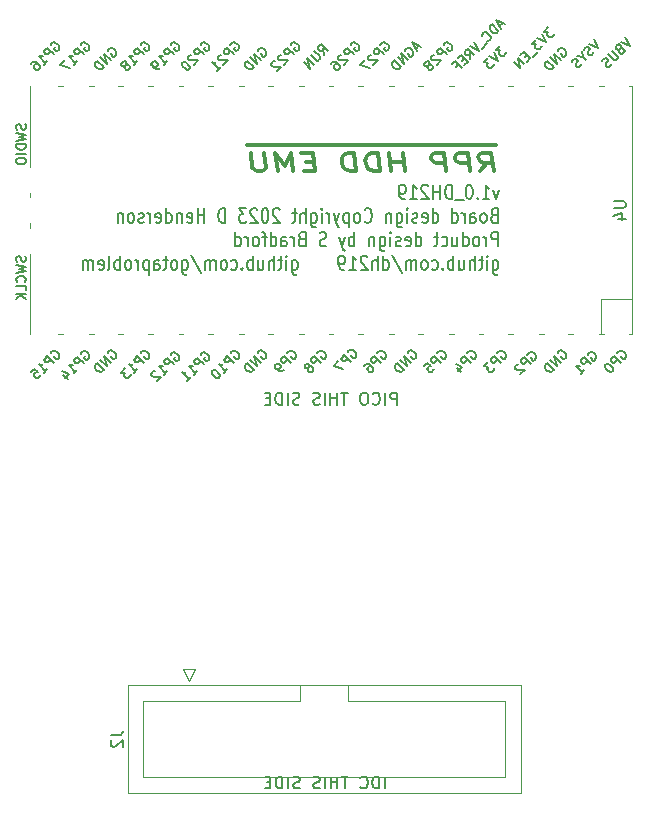
<source format=gbr>
%TF.GenerationSoftware,KiCad,Pcbnew,5.1.9+dfsg1-1*%
%TF.CreationDate,2023-01-11T12:06:23+00:00*%
%TF.ProjectId,Atari_ST_HDD_EMULATOR,41746172-695f-4535-945f-4844445f454d,1.0_dh219*%
%TF.SameCoordinates,Original*%
%TF.FileFunction,Legend,Bot*%
%TF.FilePolarity,Positive*%
%FSLAX46Y46*%
G04 Gerber Fmt 4.6, Leading zero omitted, Abs format (unit mm)*
G04 Created by KiCad (PCBNEW 5.1.9+dfsg1-1) date 2023-01-11 12:06:23*
%MOMM*%
%LPD*%
G01*
G04 APERTURE LIST*
%ADD10C,0.375000*%
%ADD11C,0.200000*%
%ADD12C,0.150000*%
%ADD13C,0.120000*%
G04 APERTURE END LIST*
D10*
X168966562Y-67432500D02*
X167256250Y-67432500D01*
X167628273Y-69678571D02*
X168205654Y-68964285D01*
X168771130Y-69678571D02*
X168583630Y-68178571D01*
X167821726Y-68178571D01*
X167640178Y-68250000D01*
X167553869Y-68321428D01*
X167476488Y-68464285D01*
X167503273Y-68678571D01*
X167616369Y-68821428D01*
X167720535Y-68892857D01*
X167919940Y-68964285D01*
X168681845Y-68964285D01*
X167256250Y-67432500D02*
X165256250Y-67432500D01*
X166771130Y-69678571D02*
X166583630Y-68178571D01*
X165821726Y-68178571D01*
X165640178Y-68250000D01*
X165553869Y-68321428D01*
X165476488Y-68464285D01*
X165503273Y-68678571D01*
X165616369Y-68821428D01*
X165720535Y-68892857D01*
X165919940Y-68964285D01*
X166681845Y-68964285D01*
X165256250Y-67432500D02*
X163256250Y-67432500D01*
X164771130Y-69678571D02*
X164583630Y-68178571D01*
X163821726Y-68178571D01*
X163640178Y-68250000D01*
X163553869Y-68321428D01*
X163476488Y-68464285D01*
X163503273Y-68678571D01*
X163616369Y-68821428D01*
X163720535Y-68892857D01*
X163919940Y-68964285D01*
X164681845Y-68964285D01*
X163256250Y-67432500D02*
X161732440Y-67432500D01*
X161732440Y-67432500D02*
X159637202Y-67432500D01*
X161247321Y-69678571D02*
X161059821Y-68178571D01*
X161149107Y-68892857D02*
X160006250Y-68892857D01*
X160104464Y-69678571D02*
X159916964Y-68178571D01*
X159637202Y-67432500D02*
X157637202Y-67432500D01*
X159152083Y-69678571D02*
X158964583Y-68178571D01*
X158488392Y-68178571D01*
X158211607Y-68250000D01*
X158038988Y-68392857D01*
X157961607Y-68535714D01*
X157902083Y-68821428D01*
X157928869Y-69035714D01*
X158059821Y-69321428D01*
X158172916Y-69464285D01*
X158381250Y-69607142D01*
X158675892Y-69678571D01*
X159152083Y-69678571D01*
X157637202Y-67432500D02*
X155637202Y-67432500D01*
X157152083Y-69678571D02*
X156964583Y-68178571D01*
X156488392Y-68178571D01*
X156211607Y-68250000D01*
X156038988Y-68392857D01*
X155961607Y-68535714D01*
X155902083Y-68821428D01*
X155928869Y-69035714D01*
X156059821Y-69321428D01*
X156172916Y-69464285D01*
X156381250Y-69607142D01*
X156675892Y-69678571D01*
X157152083Y-69678571D01*
X155637202Y-67432500D02*
X154113392Y-67432500D01*
X154113392Y-67432500D02*
X152303869Y-67432500D01*
X153530059Y-68892857D02*
X152863392Y-68892857D01*
X152675892Y-69678571D02*
X153628273Y-69678571D01*
X153440773Y-68178571D01*
X152488392Y-68178571D01*
X152303869Y-67432500D02*
X150018154Y-67432500D01*
X151818750Y-69678571D02*
X151631250Y-68178571D01*
X151098511Y-69250000D01*
X150297916Y-68178571D01*
X150485416Y-69678571D01*
X150018154Y-67432500D02*
X147922916Y-67432500D01*
X149345535Y-68178571D02*
X149497321Y-69392857D01*
X149419940Y-69535714D01*
X149333630Y-69607142D01*
X149152083Y-69678571D01*
X148771130Y-69678571D01*
X148571726Y-69607142D01*
X148467559Y-69535714D01*
X148354464Y-69392857D01*
X148202678Y-68178571D01*
D11*
X169227142Y-71242857D02*
X168989047Y-72042857D01*
X168750952Y-71242857D01*
X167846190Y-72042857D02*
X168417619Y-72042857D01*
X168131904Y-72042857D02*
X168131904Y-70842857D01*
X168227142Y-71014285D01*
X168322380Y-71128571D01*
X168417619Y-71185714D01*
X167417619Y-71928571D02*
X167370000Y-71985714D01*
X167417619Y-72042857D01*
X167465238Y-71985714D01*
X167417619Y-71928571D01*
X167417619Y-72042857D01*
X166750952Y-70842857D02*
X166655714Y-70842857D01*
X166560476Y-70900000D01*
X166512857Y-70957142D01*
X166465238Y-71071428D01*
X166417619Y-71300000D01*
X166417619Y-71585714D01*
X166465238Y-71814285D01*
X166512857Y-71928571D01*
X166560476Y-71985714D01*
X166655714Y-72042857D01*
X166750952Y-72042857D01*
X166846190Y-71985714D01*
X166893809Y-71928571D01*
X166941428Y-71814285D01*
X166989047Y-71585714D01*
X166989047Y-71300000D01*
X166941428Y-71071428D01*
X166893809Y-70957142D01*
X166846190Y-70900000D01*
X166750952Y-70842857D01*
X166227142Y-72157142D02*
X165465238Y-72157142D01*
X165227142Y-72042857D02*
X165227142Y-70842857D01*
X164989047Y-70842857D01*
X164846190Y-70900000D01*
X164750952Y-71014285D01*
X164703333Y-71128571D01*
X164655714Y-71357142D01*
X164655714Y-71528571D01*
X164703333Y-71757142D01*
X164750952Y-71871428D01*
X164846190Y-71985714D01*
X164989047Y-72042857D01*
X165227142Y-72042857D01*
X164227142Y-72042857D02*
X164227142Y-70842857D01*
X164227142Y-71414285D02*
X163655714Y-71414285D01*
X163655714Y-72042857D02*
X163655714Y-70842857D01*
X163227142Y-70957142D02*
X163179523Y-70900000D01*
X163084285Y-70842857D01*
X162846190Y-70842857D01*
X162750952Y-70900000D01*
X162703333Y-70957142D01*
X162655714Y-71071428D01*
X162655714Y-71185714D01*
X162703333Y-71357142D01*
X163274761Y-72042857D01*
X162655714Y-72042857D01*
X161703333Y-72042857D02*
X162274761Y-72042857D01*
X161989047Y-72042857D02*
X161989047Y-70842857D01*
X162084285Y-71014285D01*
X162179523Y-71128571D01*
X162274761Y-71185714D01*
X161227142Y-72042857D02*
X161036666Y-72042857D01*
X160941428Y-71985714D01*
X160893809Y-71928571D01*
X160798571Y-71757142D01*
X160750952Y-71528571D01*
X160750952Y-71071428D01*
X160798571Y-70957142D01*
X160846190Y-70900000D01*
X160941428Y-70842857D01*
X161131904Y-70842857D01*
X161227142Y-70900000D01*
X161274761Y-70957142D01*
X161322380Y-71071428D01*
X161322380Y-71357142D01*
X161274761Y-71471428D01*
X161227142Y-71528571D01*
X161131904Y-71585714D01*
X160941428Y-71585714D01*
X160846190Y-71528571D01*
X160798571Y-71471428D01*
X160750952Y-71357142D01*
X168798571Y-73414285D02*
X168655714Y-73471428D01*
X168608095Y-73528571D01*
X168560476Y-73642857D01*
X168560476Y-73814285D01*
X168608095Y-73928571D01*
X168655714Y-73985714D01*
X168750952Y-74042857D01*
X169131904Y-74042857D01*
X169131904Y-72842857D01*
X168798571Y-72842857D01*
X168703333Y-72900000D01*
X168655714Y-72957142D01*
X168608095Y-73071428D01*
X168608095Y-73185714D01*
X168655714Y-73300000D01*
X168703333Y-73357142D01*
X168798571Y-73414285D01*
X169131904Y-73414285D01*
X167989047Y-74042857D02*
X168084285Y-73985714D01*
X168131904Y-73928571D01*
X168179523Y-73814285D01*
X168179523Y-73471428D01*
X168131904Y-73357142D01*
X168084285Y-73300000D01*
X167989047Y-73242857D01*
X167846190Y-73242857D01*
X167750952Y-73300000D01*
X167703333Y-73357142D01*
X167655714Y-73471428D01*
X167655714Y-73814285D01*
X167703333Y-73928571D01*
X167750952Y-73985714D01*
X167846190Y-74042857D01*
X167989047Y-74042857D01*
X166798571Y-74042857D02*
X166798571Y-73414285D01*
X166846190Y-73300000D01*
X166941428Y-73242857D01*
X167131904Y-73242857D01*
X167227142Y-73300000D01*
X166798571Y-73985714D02*
X166893809Y-74042857D01*
X167131904Y-74042857D01*
X167227142Y-73985714D01*
X167274761Y-73871428D01*
X167274761Y-73757142D01*
X167227142Y-73642857D01*
X167131904Y-73585714D01*
X166893809Y-73585714D01*
X166798571Y-73528571D01*
X166322380Y-74042857D02*
X166322380Y-73242857D01*
X166322380Y-73471428D02*
X166274761Y-73357142D01*
X166227142Y-73300000D01*
X166131904Y-73242857D01*
X166036666Y-73242857D01*
X165274761Y-74042857D02*
X165274761Y-72842857D01*
X165274761Y-73985714D02*
X165370000Y-74042857D01*
X165560476Y-74042857D01*
X165655714Y-73985714D01*
X165703333Y-73928571D01*
X165750952Y-73814285D01*
X165750952Y-73471428D01*
X165703333Y-73357142D01*
X165655714Y-73300000D01*
X165560476Y-73242857D01*
X165370000Y-73242857D01*
X165274761Y-73300000D01*
X163608095Y-74042857D02*
X163608095Y-72842857D01*
X163608095Y-73985714D02*
X163703333Y-74042857D01*
X163893809Y-74042857D01*
X163989047Y-73985714D01*
X164036666Y-73928571D01*
X164084285Y-73814285D01*
X164084285Y-73471428D01*
X164036666Y-73357142D01*
X163989047Y-73300000D01*
X163893809Y-73242857D01*
X163703333Y-73242857D01*
X163608095Y-73300000D01*
X162750952Y-73985714D02*
X162846190Y-74042857D01*
X163036666Y-74042857D01*
X163131904Y-73985714D01*
X163179523Y-73871428D01*
X163179523Y-73414285D01*
X163131904Y-73300000D01*
X163036666Y-73242857D01*
X162846190Y-73242857D01*
X162750952Y-73300000D01*
X162703333Y-73414285D01*
X162703333Y-73528571D01*
X163179523Y-73642857D01*
X162322380Y-73985714D02*
X162227142Y-74042857D01*
X162036666Y-74042857D01*
X161941428Y-73985714D01*
X161893809Y-73871428D01*
X161893809Y-73814285D01*
X161941428Y-73700000D01*
X162036666Y-73642857D01*
X162179523Y-73642857D01*
X162274761Y-73585714D01*
X162322380Y-73471428D01*
X162322380Y-73414285D01*
X162274761Y-73300000D01*
X162179523Y-73242857D01*
X162036666Y-73242857D01*
X161941428Y-73300000D01*
X161465238Y-74042857D02*
X161465238Y-73242857D01*
X161465238Y-72842857D02*
X161512857Y-72900000D01*
X161465238Y-72957142D01*
X161417619Y-72900000D01*
X161465238Y-72842857D01*
X161465238Y-72957142D01*
X160560476Y-73242857D02*
X160560476Y-74214285D01*
X160608095Y-74328571D01*
X160655714Y-74385714D01*
X160750952Y-74442857D01*
X160893809Y-74442857D01*
X160989047Y-74385714D01*
X160560476Y-73985714D02*
X160655714Y-74042857D01*
X160846190Y-74042857D01*
X160941428Y-73985714D01*
X160989047Y-73928571D01*
X161036666Y-73814285D01*
X161036666Y-73471428D01*
X160989047Y-73357142D01*
X160941428Y-73300000D01*
X160846190Y-73242857D01*
X160655714Y-73242857D01*
X160560476Y-73300000D01*
X160084285Y-73242857D02*
X160084285Y-74042857D01*
X160084285Y-73357142D02*
X160036666Y-73300000D01*
X159941428Y-73242857D01*
X159798571Y-73242857D01*
X159703333Y-73300000D01*
X159655714Y-73414285D01*
X159655714Y-74042857D01*
X157846190Y-73928571D02*
X157893809Y-73985714D01*
X158036666Y-74042857D01*
X158131904Y-74042857D01*
X158274761Y-73985714D01*
X158370000Y-73871428D01*
X158417619Y-73757142D01*
X158465238Y-73528571D01*
X158465238Y-73357142D01*
X158417619Y-73128571D01*
X158370000Y-73014285D01*
X158274761Y-72900000D01*
X158131904Y-72842857D01*
X158036666Y-72842857D01*
X157893809Y-72900000D01*
X157846190Y-72957142D01*
X157274761Y-74042857D02*
X157370000Y-73985714D01*
X157417619Y-73928571D01*
X157465238Y-73814285D01*
X157465238Y-73471428D01*
X157417619Y-73357142D01*
X157370000Y-73300000D01*
X157274761Y-73242857D01*
X157131904Y-73242857D01*
X157036666Y-73300000D01*
X156989047Y-73357142D01*
X156941428Y-73471428D01*
X156941428Y-73814285D01*
X156989047Y-73928571D01*
X157036666Y-73985714D01*
X157131904Y-74042857D01*
X157274761Y-74042857D01*
X156512857Y-73242857D02*
X156512857Y-74442857D01*
X156512857Y-73300000D02*
X156417619Y-73242857D01*
X156227142Y-73242857D01*
X156131904Y-73300000D01*
X156084285Y-73357142D01*
X156036666Y-73471428D01*
X156036666Y-73814285D01*
X156084285Y-73928571D01*
X156131904Y-73985714D01*
X156227142Y-74042857D01*
X156417619Y-74042857D01*
X156512857Y-73985714D01*
X155703333Y-73242857D02*
X155465238Y-74042857D01*
X155227142Y-73242857D02*
X155465238Y-74042857D01*
X155560476Y-74328571D01*
X155608095Y-74385714D01*
X155703333Y-74442857D01*
X154846190Y-74042857D02*
X154846190Y-73242857D01*
X154846190Y-73471428D02*
X154798571Y-73357142D01*
X154750952Y-73300000D01*
X154655714Y-73242857D01*
X154560476Y-73242857D01*
X154227142Y-74042857D02*
X154227142Y-73242857D01*
X154227142Y-72842857D02*
X154274761Y-72900000D01*
X154227142Y-72957142D01*
X154179523Y-72900000D01*
X154227142Y-72842857D01*
X154227142Y-72957142D01*
X153322380Y-73242857D02*
X153322380Y-74214285D01*
X153370000Y-74328571D01*
X153417619Y-74385714D01*
X153512857Y-74442857D01*
X153655714Y-74442857D01*
X153750952Y-74385714D01*
X153322380Y-73985714D02*
X153417619Y-74042857D01*
X153608095Y-74042857D01*
X153703333Y-73985714D01*
X153750952Y-73928571D01*
X153798571Y-73814285D01*
X153798571Y-73471428D01*
X153750952Y-73357142D01*
X153703333Y-73300000D01*
X153608095Y-73242857D01*
X153417619Y-73242857D01*
X153322380Y-73300000D01*
X152846190Y-74042857D02*
X152846190Y-72842857D01*
X152417619Y-74042857D02*
X152417619Y-73414285D01*
X152465238Y-73300000D01*
X152560476Y-73242857D01*
X152703333Y-73242857D01*
X152798571Y-73300000D01*
X152846190Y-73357142D01*
X152084285Y-73242857D02*
X151703333Y-73242857D01*
X151941428Y-72842857D02*
X151941428Y-73871428D01*
X151893809Y-73985714D01*
X151798571Y-74042857D01*
X151703333Y-74042857D01*
X150655714Y-72957142D02*
X150608095Y-72900000D01*
X150512857Y-72842857D01*
X150274761Y-72842857D01*
X150179523Y-72900000D01*
X150131904Y-72957142D01*
X150084285Y-73071428D01*
X150084285Y-73185714D01*
X150131904Y-73357142D01*
X150703333Y-74042857D01*
X150084285Y-74042857D01*
X149465238Y-72842857D02*
X149370000Y-72842857D01*
X149274761Y-72900000D01*
X149227142Y-72957142D01*
X149179523Y-73071428D01*
X149131904Y-73300000D01*
X149131904Y-73585714D01*
X149179523Y-73814285D01*
X149227142Y-73928571D01*
X149274761Y-73985714D01*
X149370000Y-74042857D01*
X149465238Y-74042857D01*
X149560476Y-73985714D01*
X149608095Y-73928571D01*
X149655714Y-73814285D01*
X149703333Y-73585714D01*
X149703333Y-73300000D01*
X149655714Y-73071428D01*
X149608095Y-72957142D01*
X149560476Y-72900000D01*
X149465238Y-72842857D01*
X148750952Y-72957142D02*
X148703333Y-72900000D01*
X148608095Y-72842857D01*
X148370000Y-72842857D01*
X148274761Y-72900000D01*
X148227142Y-72957142D01*
X148179523Y-73071428D01*
X148179523Y-73185714D01*
X148227142Y-73357142D01*
X148798571Y-74042857D01*
X148179523Y-74042857D01*
X147846190Y-72842857D02*
X147227142Y-72842857D01*
X147560476Y-73300000D01*
X147417619Y-73300000D01*
X147322380Y-73357142D01*
X147274761Y-73414285D01*
X147227142Y-73528571D01*
X147227142Y-73814285D01*
X147274761Y-73928571D01*
X147322380Y-73985714D01*
X147417619Y-74042857D01*
X147703333Y-74042857D01*
X147798571Y-73985714D01*
X147846190Y-73928571D01*
X146036666Y-74042857D02*
X146036666Y-72842857D01*
X145798571Y-72842857D01*
X145655714Y-72900000D01*
X145560476Y-73014285D01*
X145512857Y-73128571D01*
X145465238Y-73357142D01*
X145465238Y-73528571D01*
X145512857Y-73757142D01*
X145560476Y-73871428D01*
X145655714Y-73985714D01*
X145798571Y-74042857D01*
X146036666Y-74042857D01*
X144274761Y-74042857D02*
X144274761Y-72842857D01*
X144274761Y-73414285D02*
X143703333Y-73414285D01*
X143703333Y-74042857D02*
X143703333Y-72842857D01*
X142846190Y-73985714D02*
X142941428Y-74042857D01*
X143131904Y-74042857D01*
X143227142Y-73985714D01*
X143274761Y-73871428D01*
X143274761Y-73414285D01*
X143227142Y-73300000D01*
X143131904Y-73242857D01*
X142941428Y-73242857D01*
X142846190Y-73300000D01*
X142798571Y-73414285D01*
X142798571Y-73528571D01*
X143274761Y-73642857D01*
X142370000Y-73242857D02*
X142370000Y-74042857D01*
X142370000Y-73357142D02*
X142322380Y-73300000D01*
X142227142Y-73242857D01*
X142084285Y-73242857D01*
X141989047Y-73300000D01*
X141941428Y-73414285D01*
X141941428Y-74042857D01*
X141036666Y-74042857D02*
X141036666Y-72842857D01*
X141036666Y-73985714D02*
X141131904Y-74042857D01*
X141322380Y-74042857D01*
X141417619Y-73985714D01*
X141465238Y-73928571D01*
X141512857Y-73814285D01*
X141512857Y-73471428D01*
X141465238Y-73357142D01*
X141417619Y-73300000D01*
X141322380Y-73242857D01*
X141131904Y-73242857D01*
X141036666Y-73300000D01*
X140179523Y-73985714D02*
X140274761Y-74042857D01*
X140465238Y-74042857D01*
X140560476Y-73985714D01*
X140608095Y-73871428D01*
X140608095Y-73414285D01*
X140560476Y-73300000D01*
X140465238Y-73242857D01*
X140274761Y-73242857D01*
X140179523Y-73300000D01*
X140131904Y-73414285D01*
X140131904Y-73528571D01*
X140608095Y-73642857D01*
X139703333Y-74042857D02*
X139703333Y-73242857D01*
X139703333Y-73471428D02*
X139655714Y-73357142D01*
X139608095Y-73300000D01*
X139512857Y-73242857D01*
X139417619Y-73242857D01*
X139131904Y-73985714D02*
X139036666Y-74042857D01*
X138846190Y-74042857D01*
X138750952Y-73985714D01*
X138703333Y-73871428D01*
X138703333Y-73814285D01*
X138750952Y-73700000D01*
X138846190Y-73642857D01*
X138989047Y-73642857D01*
X139084285Y-73585714D01*
X139131904Y-73471428D01*
X139131904Y-73414285D01*
X139084285Y-73300000D01*
X138989047Y-73242857D01*
X138846190Y-73242857D01*
X138750952Y-73300000D01*
X138131904Y-74042857D02*
X138227142Y-73985714D01*
X138274761Y-73928571D01*
X138322380Y-73814285D01*
X138322380Y-73471428D01*
X138274761Y-73357142D01*
X138227142Y-73300000D01*
X138131904Y-73242857D01*
X137989047Y-73242857D01*
X137893809Y-73300000D01*
X137846190Y-73357142D01*
X137798571Y-73471428D01*
X137798571Y-73814285D01*
X137846190Y-73928571D01*
X137893809Y-73985714D01*
X137989047Y-74042857D01*
X138131904Y-74042857D01*
X137370000Y-73242857D02*
X137370000Y-74042857D01*
X137370000Y-73357142D02*
X137322380Y-73300000D01*
X137227142Y-73242857D01*
X137084285Y-73242857D01*
X136989047Y-73300000D01*
X136941428Y-73414285D01*
X136941428Y-74042857D01*
X169131904Y-76042857D02*
X169131904Y-74842857D01*
X168750952Y-74842857D01*
X168655714Y-74900000D01*
X168608095Y-74957142D01*
X168560476Y-75071428D01*
X168560476Y-75242857D01*
X168608095Y-75357142D01*
X168655714Y-75414285D01*
X168750952Y-75471428D01*
X169131904Y-75471428D01*
X168131904Y-76042857D02*
X168131904Y-75242857D01*
X168131904Y-75471428D02*
X168084285Y-75357142D01*
X168036666Y-75300000D01*
X167941428Y-75242857D01*
X167846190Y-75242857D01*
X167370000Y-76042857D02*
X167465238Y-75985714D01*
X167512857Y-75928571D01*
X167560476Y-75814285D01*
X167560476Y-75471428D01*
X167512857Y-75357142D01*
X167465238Y-75300000D01*
X167370000Y-75242857D01*
X167227142Y-75242857D01*
X167131904Y-75300000D01*
X167084285Y-75357142D01*
X167036666Y-75471428D01*
X167036666Y-75814285D01*
X167084285Y-75928571D01*
X167131904Y-75985714D01*
X167227142Y-76042857D01*
X167370000Y-76042857D01*
X166179523Y-76042857D02*
X166179523Y-74842857D01*
X166179523Y-75985714D02*
X166274761Y-76042857D01*
X166465238Y-76042857D01*
X166560476Y-75985714D01*
X166608095Y-75928571D01*
X166655714Y-75814285D01*
X166655714Y-75471428D01*
X166608095Y-75357142D01*
X166560476Y-75300000D01*
X166465238Y-75242857D01*
X166274761Y-75242857D01*
X166179523Y-75300000D01*
X165274761Y-75242857D02*
X165274761Y-76042857D01*
X165703333Y-75242857D02*
X165703333Y-75871428D01*
X165655714Y-75985714D01*
X165560476Y-76042857D01*
X165417619Y-76042857D01*
X165322380Y-75985714D01*
X165274761Y-75928571D01*
X164370000Y-75985714D02*
X164465238Y-76042857D01*
X164655714Y-76042857D01*
X164750952Y-75985714D01*
X164798571Y-75928571D01*
X164846190Y-75814285D01*
X164846190Y-75471428D01*
X164798571Y-75357142D01*
X164750952Y-75300000D01*
X164655714Y-75242857D01*
X164465238Y-75242857D01*
X164370000Y-75300000D01*
X164084285Y-75242857D02*
X163703333Y-75242857D01*
X163941428Y-74842857D02*
X163941428Y-75871428D01*
X163893809Y-75985714D01*
X163798571Y-76042857D01*
X163703333Y-76042857D01*
X162179523Y-76042857D02*
X162179523Y-74842857D01*
X162179523Y-75985714D02*
X162274761Y-76042857D01*
X162465238Y-76042857D01*
X162560476Y-75985714D01*
X162608095Y-75928571D01*
X162655714Y-75814285D01*
X162655714Y-75471428D01*
X162608095Y-75357142D01*
X162560476Y-75300000D01*
X162465238Y-75242857D01*
X162274761Y-75242857D01*
X162179523Y-75300000D01*
X161322380Y-75985714D02*
X161417619Y-76042857D01*
X161608095Y-76042857D01*
X161703333Y-75985714D01*
X161750952Y-75871428D01*
X161750952Y-75414285D01*
X161703333Y-75300000D01*
X161608095Y-75242857D01*
X161417619Y-75242857D01*
X161322380Y-75300000D01*
X161274761Y-75414285D01*
X161274761Y-75528571D01*
X161750952Y-75642857D01*
X160893809Y-75985714D02*
X160798571Y-76042857D01*
X160608095Y-76042857D01*
X160512857Y-75985714D01*
X160465238Y-75871428D01*
X160465238Y-75814285D01*
X160512857Y-75700000D01*
X160608095Y-75642857D01*
X160750952Y-75642857D01*
X160846190Y-75585714D01*
X160893809Y-75471428D01*
X160893809Y-75414285D01*
X160846190Y-75300000D01*
X160750952Y-75242857D01*
X160608095Y-75242857D01*
X160512857Y-75300000D01*
X160036666Y-76042857D02*
X160036666Y-75242857D01*
X160036666Y-74842857D02*
X160084285Y-74900000D01*
X160036666Y-74957142D01*
X159989047Y-74900000D01*
X160036666Y-74842857D01*
X160036666Y-74957142D01*
X159131904Y-75242857D02*
X159131904Y-76214285D01*
X159179523Y-76328571D01*
X159227142Y-76385714D01*
X159322380Y-76442857D01*
X159465238Y-76442857D01*
X159560476Y-76385714D01*
X159131904Y-75985714D02*
X159227142Y-76042857D01*
X159417619Y-76042857D01*
X159512857Y-75985714D01*
X159560476Y-75928571D01*
X159608095Y-75814285D01*
X159608095Y-75471428D01*
X159560476Y-75357142D01*
X159512857Y-75300000D01*
X159417619Y-75242857D01*
X159227142Y-75242857D01*
X159131904Y-75300000D01*
X158655714Y-75242857D02*
X158655714Y-76042857D01*
X158655714Y-75357142D02*
X158608095Y-75300000D01*
X158512857Y-75242857D01*
X158370000Y-75242857D01*
X158274761Y-75300000D01*
X158227142Y-75414285D01*
X158227142Y-76042857D01*
X156989047Y-76042857D02*
X156989047Y-74842857D01*
X156989047Y-75300000D02*
X156893809Y-75242857D01*
X156703333Y-75242857D01*
X156608095Y-75300000D01*
X156560476Y-75357142D01*
X156512857Y-75471428D01*
X156512857Y-75814285D01*
X156560476Y-75928571D01*
X156608095Y-75985714D01*
X156703333Y-76042857D01*
X156893809Y-76042857D01*
X156989047Y-75985714D01*
X156179523Y-75242857D02*
X155941428Y-76042857D01*
X155703333Y-75242857D02*
X155941428Y-76042857D01*
X156036666Y-76328571D01*
X156084285Y-76385714D01*
X156179523Y-76442857D01*
X154608095Y-75985714D02*
X154465238Y-76042857D01*
X154227142Y-76042857D01*
X154131904Y-75985714D01*
X154084285Y-75928571D01*
X154036666Y-75814285D01*
X154036666Y-75700000D01*
X154084285Y-75585714D01*
X154131904Y-75528571D01*
X154227142Y-75471428D01*
X154417619Y-75414285D01*
X154512857Y-75357142D01*
X154560476Y-75300000D01*
X154608095Y-75185714D01*
X154608095Y-75071428D01*
X154560476Y-74957142D01*
X154512857Y-74900000D01*
X154417619Y-74842857D01*
X154179523Y-74842857D01*
X154036666Y-74900000D01*
X152512857Y-75414285D02*
X152370000Y-75471428D01*
X152322380Y-75528571D01*
X152274761Y-75642857D01*
X152274761Y-75814285D01*
X152322380Y-75928571D01*
X152370000Y-75985714D01*
X152465238Y-76042857D01*
X152846190Y-76042857D01*
X152846190Y-74842857D01*
X152512857Y-74842857D01*
X152417619Y-74900000D01*
X152370000Y-74957142D01*
X152322380Y-75071428D01*
X152322380Y-75185714D01*
X152370000Y-75300000D01*
X152417619Y-75357142D01*
X152512857Y-75414285D01*
X152846190Y-75414285D01*
X151846190Y-76042857D02*
X151846190Y-75242857D01*
X151846190Y-75471428D02*
X151798571Y-75357142D01*
X151750952Y-75300000D01*
X151655714Y-75242857D01*
X151560476Y-75242857D01*
X150798571Y-76042857D02*
X150798571Y-75414285D01*
X150846190Y-75300000D01*
X150941428Y-75242857D01*
X151131904Y-75242857D01*
X151227142Y-75300000D01*
X150798571Y-75985714D02*
X150893809Y-76042857D01*
X151131904Y-76042857D01*
X151227142Y-75985714D01*
X151274761Y-75871428D01*
X151274761Y-75757142D01*
X151227142Y-75642857D01*
X151131904Y-75585714D01*
X150893809Y-75585714D01*
X150798571Y-75528571D01*
X149893809Y-76042857D02*
X149893809Y-74842857D01*
X149893809Y-75985714D02*
X149989047Y-76042857D01*
X150179523Y-76042857D01*
X150274761Y-75985714D01*
X150322380Y-75928571D01*
X150370000Y-75814285D01*
X150370000Y-75471428D01*
X150322380Y-75357142D01*
X150274761Y-75300000D01*
X150179523Y-75242857D01*
X149989047Y-75242857D01*
X149893809Y-75300000D01*
X149560476Y-75242857D02*
X149179523Y-75242857D01*
X149417619Y-76042857D02*
X149417619Y-75014285D01*
X149370000Y-74900000D01*
X149274761Y-74842857D01*
X149179523Y-74842857D01*
X148703333Y-76042857D02*
X148798571Y-75985714D01*
X148846190Y-75928571D01*
X148893809Y-75814285D01*
X148893809Y-75471428D01*
X148846190Y-75357142D01*
X148798571Y-75300000D01*
X148703333Y-75242857D01*
X148560476Y-75242857D01*
X148465238Y-75300000D01*
X148417619Y-75357142D01*
X148370000Y-75471428D01*
X148370000Y-75814285D01*
X148417619Y-75928571D01*
X148465238Y-75985714D01*
X148560476Y-76042857D01*
X148703333Y-76042857D01*
X147941428Y-76042857D02*
X147941428Y-75242857D01*
X147941428Y-75471428D02*
X147893809Y-75357142D01*
X147846190Y-75300000D01*
X147750952Y-75242857D01*
X147655714Y-75242857D01*
X146893809Y-76042857D02*
X146893809Y-74842857D01*
X146893809Y-75985714D02*
X146989047Y-76042857D01*
X147179523Y-76042857D01*
X147274761Y-75985714D01*
X147322380Y-75928571D01*
X147370000Y-75814285D01*
X147370000Y-75471428D01*
X147322380Y-75357142D01*
X147274761Y-75300000D01*
X147179523Y-75242857D01*
X146989047Y-75242857D01*
X146893809Y-75300000D01*
X168703333Y-77242857D02*
X168703333Y-78214285D01*
X168750952Y-78328571D01*
X168798571Y-78385714D01*
X168893809Y-78442857D01*
X169036666Y-78442857D01*
X169131904Y-78385714D01*
X168703333Y-77985714D02*
X168798571Y-78042857D01*
X168989047Y-78042857D01*
X169084285Y-77985714D01*
X169131904Y-77928571D01*
X169179523Y-77814285D01*
X169179523Y-77471428D01*
X169131904Y-77357142D01*
X169084285Y-77300000D01*
X168989047Y-77242857D01*
X168798571Y-77242857D01*
X168703333Y-77300000D01*
X168227142Y-78042857D02*
X168227142Y-77242857D01*
X168227142Y-76842857D02*
X168274761Y-76900000D01*
X168227142Y-76957142D01*
X168179523Y-76900000D01*
X168227142Y-76842857D01*
X168227142Y-76957142D01*
X167893809Y-77242857D02*
X167512857Y-77242857D01*
X167750952Y-76842857D02*
X167750952Y-77871428D01*
X167703333Y-77985714D01*
X167608095Y-78042857D01*
X167512857Y-78042857D01*
X167179523Y-78042857D02*
X167179523Y-76842857D01*
X166750952Y-78042857D02*
X166750952Y-77414285D01*
X166798571Y-77300000D01*
X166893809Y-77242857D01*
X167036666Y-77242857D01*
X167131904Y-77300000D01*
X167179523Y-77357142D01*
X165846190Y-77242857D02*
X165846190Y-78042857D01*
X166274761Y-77242857D02*
X166274761Y-77871428D01*
X166227142Y-77985714D01*
X166131904Y-78042857D01*
X165989047Y-78042857D01*
X165893809Y-77985714D01*
X165846190Y-77928571D01*
X165370000Y-78042857D02*
X165370000Y-76842857D01*
X165370000Y-77300000D02*
X165274761Y-77242857D01*
X165084285Y-77242857D01*
X164989047Y-77300000D01*
X164941428Y-77357142D01*
X164893809Y-77471428D01*
X164893809Y-77814285D01*
X164941428Y-77928571D01*
X164989047Y-77985714D01*
X165084285Y-78042857D01*
X165274761Y-78042857D01*
X165370000Y-77985714D01*
X164465238Y-77928571D02*
X164417619Y-77985714D01*
X164465238Y-78042857D01*
X164512857Y-77985714D01*
X164465238Y-77928571D01*
X164465238Y-78042857D01*
X163560476Y-77985714D02*
X163655714Y-78042857D01*
X163846190Y-78042857D01*
X163941428Y-77985714D01*
X163989047Y-77928571D01*
X164036666Y-77814285D01*
X164036666Y-77471428D01*
X163989047Y-77357142D01*
X163941428Y-77300000D01*
X163846190Y-77242857D01*
X163655714Y-77242857D01*
X163560476Y-77300000D01*
X162989047Y-78042857D02*
X163084285Y-77985714D01*
X163131904Y-77928571D01*
X163179523Y-77814285D01*
X163179523Y-77471428D01*
X163131904Y-77357142D01*
X163084285Y-77300000D01*
X162989047Y-77242857D01*
X162846190Y-77242857D01*
X162750952Y-77300000D01*
X162703333Y-77357142D01*
X162655714Y-77471428D01*
X162655714Y-77814285D01*
X162703333Y-77928571D01*
X162750952Y-77985714D01*
X162846190Y-78042857D01*
X162989047Y-78042857D01*
X162227142Y-78042857D02*
X162227142Y-77242857D01*
X162227142Y-77357142D02*
X162179523Y-77300000D01*
X162084285Y-77242857D01*
X161941428Y-77242857D01*
X161846190Y-77300000D01*
X161798571Y-77414285D01*
X161798571Y-78042857D01*
X161798571Y-77414285D02*
X161750952Y-77300000D01*
X161655714Y-77242857D01*
X161512857Y-77242857D01*
X161417619Y-77300000D01*
X161370000Y-77414285D01*
X161370000Y-78042857D01*
X160179523Y-76785714D02*
X161036666Y-78328571D01*
X159417619Y-78042857D02*
X159417619Y-76842857D01*
X159417619Y-77985714D02*
X159512857Y-78042857D01*
X159703333Y-78042857D01*
X159798571Y-77985714D01*
X159846190Y-77928571D01*
X159893809Y-77814285D01*
X159893809Y-77471428D01*
X159846190Y-77357142D01*
X159798571Y-77300000D01*
X159703333Y-77242857D01*
X159512857Y-77242857D01*
X159417619Y-77300000D01*
X158941428Y-78042857D02*
X158941428Y-76842857D01*
X158512857Y-78042857D02*
X158512857Y-77414285D01*
X158560476Y-77300000D01*
X158655714Y-77242857D01*
X158798571Y-77242857D01*
X158893809Y-77300000D01*
X158941428Y-77357142D01*
X158084285Y-76957142D02*
X158036666Y-76900000D01*
X157941428Y-76842857D01*
X157703333Y-76842857D01*
X157608095Y-76900000D01*
X157560476Y-76957142D01*
X157512857Y-77071428D01*
X157512857Y-77185714D01*
X157560476Y-77357142D01*
X158131904Y-78042857D01*
X157512857Y-78042857D01*
X156560476Y-78042857D02*
X157131904Y-78042857D01*
X156846190Y-78042857D02*
X156846190Y-76842857D01*
X156941428Y-77014285D01*
X157036666Y-77128571D01*
X157131904Y-77185714D01*
X156084285Y-78042857D02*
X155893809Y-78042857D01*
X155798571Y-77985714D01*
X155750952Y-77928571D01*
X155655714Y-77757142D01*
X155608095Y-77528571D01*
X155608095Y-77071428D01*
X155655714Y-76957142D01*
X155703333Y-76900000D01*
X155798571Y-76842857D01*
X155989047Y-76842857D01*
X156084285Y-76900000D01*
X156131904Y-76957142D01*
X156179523Y-77071428D01*
X156179523Y-77357142D01*
X156131904Y-77471428D01*
X156084285Y-77528571D01*
X155989047Y-77585714D01*
X155798571Y-77585714D01*
X155703333Y-77528571D01*
X155655714Y-77471428D01*
X155608095Y-77357142D01*
X151703333Y-77242857D02*
X151703333Y-78214285D01*
X151750952Y-78328571D01*
X151798571Y-78385714D01*
X151893809Y-78442857D01*
X152036666Y-78442857D01*
X152131904Y-78385714D01*
X151703333Y-77985714D02*
X151798571Y-78042857D01*
X151989047Y-78042857D01*
X152084285Y-77985714D01*
X152131904Y-77928571D01*
X152179523Y-77814285D01*
X152179523Y-77471428D01*
X152131904Y-77357142D01*
X152084285Y-77300000D01*
X151989047Y-77242857D01*
X151798571Y-77242857D01*
X151703333Y-77300000D01*
X151227142Y-78042857D02*
X151227142Y-77242857D01*
X151227142Y-76842857D02*
X151274761Y-76900000D01*
X151227142Y-76957142D01*
X151179523Y-76900000D01*
X151227142Y-76842857D01*
X151227142Y-76957142D01*
X150893809Y-77242857D02*
X150512857Y-77242857D01*
X150750952Y-76842857D02*
X150750952Y-77871428D01*
X150703333Y-77985714D01*
X150608095Y-78042857D01*
X150512857Y-78042857D01*
X150179523Y-78042857D02*
X150179523Y-76842857D01*
X149750952Y-78042857D02*
X149750952Y-77414285D01*
X149798571Y-77300000D01*
X149893809Y-77242857D01*
X150036666Y-77242857D01*
X150131904Y-77300000D01*
X150179523Y-77357142D01*
X148846190Y-77242857D02*
X148846190Y-78042857D01*
X149274761Y-77242857D02*
X149274761Y-77871428D01*
X149227142Y-77985714D01*
X149131904Y-78042857D01*
X148989047Y-78042857D01*
X148893809Y-77985714D01*
X148846190Y-77928571D01*
X148370000Y-78042857D02*
X148370000Y-76842857D01*
X148370000Y-77300000D02*
X148274761Y-77242857D01*
X148084285Y-77242857D01*
X147989047Y-77300000D01*
X147941428Y-77357142D01*
X147893809Y-77471428D01*
X147893809Y-77814285D01*
X147941428Y-77928571D01*
X147989047Y-77985714D01*
X148084285Y-78042857D01*
X148274761Y-78042857D01*
X148370000Y-77985714D01*
X147465238Y-77928571D02*
X147417619Y-77985714D01*
X147465238Y-78042857D01*
X147512857Y-77985714D01*
X147465238Y-77928571D01*
X147465238Y-78042857D01*
X146560476Y-77985714D02*
X146655714Y-78042857D01*
X146846190Y-78042857D01*
X146941428Y-77985714D01*
X146989047Y-77928571D01*
X147036666Y-77814285D01*
X147036666Y-77471428D01*
X146989047Y-77357142D01*
X146941428Y-77300000D01*
X146846190Y-77242857D01*
X146655714Y-77242857D01*
X146560476Y-77300000D01*
X145989047Y-78042857D02*
X146084285Y-77985714D01*
X146131904Y-77928571D01*
X146179523Y-77814285D01*
X146179523Y-77471428D01*
X146131904Y-77357142D01*
X146084285Y-77300000D01*
X145989047Y-77242857D01*
X145846190Y-77242857D01*
X145750952Y-77300000D01*
X145703333Y-77357142D01*
X145655714Y-77471428D01*
X145655714Y-77814285D01*
X145703333Y-77928571D01*
X145750952Y-77985714D01*
X145846190Y-78042857D01*
X145989047Y-78042857D01*
X145227142Y-78042857D02*
X145227142Y-77242857D01*
X145227142Y-77357142D02*
X145179523Y-77300000D01*
X145084285Y-77242857D01*
X144941428Y-77242857D01*
X144846190Y-77300000D01*
X144798571Y-77414285D01*
X144798571Y-78042857D01*
X144798571Y-77414285D02*
X144750952Y-77300000D01*
X144655714Y-77242857D01*
X144512857Y-77242857D01*
X144417619Y-77300000D01*
X144370000Y-77414285D01*
X144370000Y-78042857D01*
X143179523Y-76785714D02*
X144036666Y-78328571D01*
X142417619Y-77242857D02*
X142417619Y-78214285D01*
X142465238Y-78328571D01*
X142512857Y-78385714D01*
X142608095Y-78442857D01*
X142750952Y-78442857D01*
X142846190Y-78385714D01*
X142417619Y-77985714D02*
X142512857Y-78042857D01*
X142703333Y-78042857D01*
X142798571Y-77985714D01*
X142846190Y-77928571D01*
X142893809Y-77814285D01*
X142893809Y-77471428D01*
X142846190Y-77357142D01*
X142798571Y-77300000D01*
X142703333Y-77242857D01*
X142512857Y-77242857D01*
X142417619Y-77300000D01*
X141798571Y-78042857D02*
X141893809Y-77985714D01*
X141941428Y-77928571D01*
X141989047Y-77814285D01*
X141989047Y-77471428D01*
X141941428Y-77357142D01*
X141893809Y-77300000D01*
X141798571Y-77242857D01*
X141655714Y-77242857D01*
X141560476Y-77300000D01*
X141512857Y-77357142D01*
X141465238Y-77471428D01*
X141465238Y-77814285D01*
X141512857Y-77928571D01*
X141560476Y-77985714D01*
X141655714Y-78042857D01*
X141798571Y-78042857D01*
X141179523Y-77242857D02*
X140798571Y-77242857D01*
X141036666Y-76842857D02*
X141036666Y-77871428D01*
X140989047Y-77985714D01*
X140893809Y-78042857D01*
X140798571Y-78042857D01*
X140036666Y-78042857D02*
X140036666Y-77414285D01*
X140084285Y-77300000D01*
X140179523Y-77242857D01*
X140370000Y-77242857D01*
X140465238Y-77300000D01*
X140036666Y-77985714D02*
X140131904Y-78042857D01*
X140370000Y-78042857D01*
X140465238Y-77985714D01*
X140512857Y-77871428D01*
X140512857Y-77757142D01*
X140465238Y-77642857D01*
X140370000Y-77585714D01*
X140131904Y-77585714D01*
X140036666Y-77528571D01*
X139560476Y-77242857D02*
X139560476Y-78442857D01*
X139560476Y-77300000D02*
X139465238Y-77242857D01*
X139274761Y-77242857D01*
X139179523Y-77300000D01*
X139131904Y-77357142D01*
X139084285Y-77471428D01*
X139084285Y-77814285D01*
X139131904Y-77928571D01*
X139179523Y-77985714D01*
X139274761Y-78042857D01*
X139465238Y-78042857D01*
X139560476Y-77985714D01*
X138655714Y-78042857D02*
X138655714Y-77242857D01*
X138655714Y-77471428D02*
X138608095Y-77357142D01*
X138560476Y-77300000D01*
X138465238Y-77242857D01*
X138370000Y-77242857D01*
X137893809Y-78042857D02*
X137989047Y-77985714D01*
X138036666Y-77928571D01*
X138084285Y-77814285D01*
X138084285Y-77471428D01*
X138036666Y-77357142D01*
X137989047Y-77300000D01*
X137893809Y-77242857D01*
X137750952Y-77242857D01*
X137655714Y-77300000D01*
X137608095Y-77357142D01*
X137560476Y-77471428D01*
X137560476Y-77814285D01*
X137608095Y-77928571D01*
X137655714Y-77985714D01*
X137750952Y-78042857D01*
X137893809Y-78042857D01*
X137131904Y-78042857D02*
X137131904Y-76842857D01*
X137131904Y-77300000D02*
X137036666Y-77242857D01*
X136846190Y-77242857D01*
X136750952Y-77300000D01*
X136703333Y-77357142D01*
X136655714Y-77471428D01*
X136655714Y-77814285D01*
X136703333Y-77928571D01*
X136750952Y-77985714D01*
X136846190Y-78042857D01*
X137036666Y-78042857D01*
X137131904Y-77985714D01*
X136084285Y-78042857D02*
X136179523Y-77985714D01*
X136227142Y-77871428D01*
X136227142Y-76842857D01*
X135322380Y-77985714D02*
X135417619Y-78042857D01*
X135608095Y-78042857D01*
X135703333Y-77985714D01*
X135750952Y-77871428D01*
X135750952Y-77414285D01*
X135703333Y-77300000D01*
X135608095Y-77242857D01*
X135417619Y-77242857D01*
X135322380Y-77300000D01*
X135274761Y-77414285D01*
X135274761Y-77528571D01*
X135750952Y-77642857D01*
X134846190Y-78042857D02*
X134846190Y-77242857D01*
X134846190Y-77357142D02*
X134798571Y-77300000D01*
X134703333Y-77242857D01*
X134560476Y-77242857D01*
X134465238Y-77300000D01*
X134417619Y-77414285D01*
X134417619Y-78042857D01*
X134417619Y-77414285D02*
X134370000Y-77300000D01*
X134274761Y-77242857D01*
X134131904Y-77242857D01*
X134036666Y-77300000D01*
X133989047Y-77414285D01*
X133989047Y-78042857D01*
D12*
X159547619Y-121952380D02*
X159547619Y-120952380D01*
X159071428Y-121952380D02*
X159071428Y-120952380D01*
X158833333Y-120952380D01*
X158690476Y-121000000D01*
X158595238Y-121095238D01*
X158547619Y-121190476D01*
X158500000Y-121380952D01*
X158500000Y-121523809D01*
X158547619Y-121714285D01*
X158595238Y-121809523D01*
X158690476Y-121904761D01*
X158833333Y-121952380D01*
X159071428Y-121952380D01*
X157500000Y-121857142D02*
X157547619Y-121904761D01*
X157690476Y-121952380D01*
X157785714Y-121952380D01*
X157928571Y-121904761D01*
X158023809Y-121809523D01*
X158071428Y-121714285D01*
X158119047Y-121523809D01*
X158119047Y-121380952D01*
X158071428Y-121190476D01*
X158023809Y-121095238D01*
X157928571Y-121000000D01*
X157785714Y-120952380D01*
X157690476Y-120952380D01*
X157547619Y-121000000D01*
X157500000Y-121047619D01*
X156452380Y-120952380D02*
X155880952Y-120952380D01*
X156166666Y-121952380D02*
X156166666Y-120952380D01*
X155547619Y-121952380D02*
X155547619Y-120952380D01*
X155547619Y-121428571D02*
X154976190Y-121428571D01*
X154976190Y-121952380D02*
X154976190Y-120952380D01*
X154500000Y-121952380D02*
X154500000Y-120952380D01*
X154071428Y-121904761D02*
X153928571Y-121952380D01*
X153690476Y-121952380D01*
X153595238Y-121904761D01*
X153547619Y-121857142D01*
X153500000Y-121761904D01*
X153500000Y-121666666D01*
X153547619Y-121571428D01*
X153595238Y-121523809D01*
X153690476Y-121476190D01*
X153880952Y-121428571D01*
X153976190Y-121380952D01*
X154023809Y-121333333D01*
X154071428Y-121238095D01*
X154071428Y-121142857D01*
X154023809Y-121047619D01*
X153976190Y-121000000D01*
X153880952Y-120952380D01*
X153642857Y-120952380D01*
X153500000Y-121000000D01*
X152357142Y-121904761D02*
X152214285Y-121952380D01*
X151976190Y-121952380D01*
X151880952Y-121904761D01*
X151833333Y-121857142D01*
X151785714Y-121761904D01*
X151785714Y-121666666D01*
X151833333Y-121571428D01*
X151880952Y-121523809D01*
X151976190Y-121476190D01*
X152166666Y-121428571D01*
X152261904Y-121380952D01*
X152309523Y-121333333D01*
X152357142Y-121238095D01*
X152357142Y-121142857D01*
X152309523Y-121047619D01*
X152261904Y-121000000D01*
X152166666Y-120952380D01*
X151928571Y-120952380D01*
X151785714Y-121000000D01*
X151357142Y-121952380D02*
X151357142Y-120952380D01*
X150880952Y-121952380D02*
X150880952Y-120952380D01*
X150642857Y-120952380D01*
X150500000Y-121000000D01*
X150404761Y-121095238D01*
X150357142Y-121190476D01*
X150309523Y-121380952D01*
X150309523Y-121523809D01*
X150357142Y-121714285D01*
X150404761Y-121809523D01*
X150500000Y-121904761D01*
X150642857Y-121952380D01*
X150880952Y-121952380D01*
X149880952Y-121428571D02*
X149547619Y-121428571D01*
X149404761Y-121952380D02*
X149880952Y-121952380D01*
X149880952Y-120952380D01*
X149404761Y-120952380D01*
X160571428Y-89452380D02*
X160571428Y-88452380D01*
X160190476Y-88452380D01*
X160095238Y-88500000D01*
X160047619Y-88547619D01*
X160000000Y-88642857D01*
X160000000Y-88785714D01*
X160047619Y-88880952D01*
X160095238Y-88928571D01*
X160190476Y-88976190D01*
X160571428Y-88976190D01*
X159571428Y-89452380D02*
X159571428Y-88452380D01*
X158523809Y-89357142D02*
X158571428Y-89404761D01*
X158714285Y-89452380D01*
X158809523Y-89452380D01*
X158952380Y-89404761D01*
X159047619Y-89309523D01*
X159095238Y-89214285D01*
X159142857Y-89023809D01*
X159142857Y-88880952D01*
X159095238Y-88690476D01*
X159047619Y-88595238D01*
X158952380Y-88500000D01*
X158809523Y-88452380D01*
X158714285Y-88452380D01*
X158571428Y-88500000D01*
X158523809Y-88547619D01*
X157904761Y-88452380D02*
X157714285Y-88452380D01*
X157619047Y-88500000D01*
X157523809Y-88595238D01*
X157476190Y-88785714D01*
X157476190Y-89119047D01*
X157523809Y-89309523D01*
X157619047Y-89404761D01*
X157714285Y-89452380D01*
X157904761Y-89452380D01*
X158000000Y-89404761D01*
X158095238Y-89309523D01*
X158142857Y-89119047D01*
X158142857Y-88785714D01*
X158095238Y-88595238D01*
X158000000Y-88500000D01*
X157904761Y-88452380D01*
X156428571Y-88452380D02*
X155857142Y-88452380D01*
X156142857Y-89452380D02*
X156142857Y-88452380D01*
X155523809Y-89452380D02*
X155523809Y-88452380D01*
X155523809Y-88928571D02*
X154952380Y-88928571D01*
X154952380Y-89452380D02*
X154952380Y-88452380D01*
X154476190Y-89452380D02*
X154476190Y-88452380D01*
X154047619Y-89404761D02*
X153904761Y-89452380D01*
X153666666Y-89452380D01*
X153571428Y-89404761D01*
X153523809Y-89357142D01*
X153476190Y-89261904D01*
X153476190Y-89166666D01*
X153523809Y-89071428D01*
X153571428Y-89023809D01*
X153666666Y-88976190D01*
X153857142Y-88928571D01*
X153952380Y-88880952D01*
X154000000Y-88833333D01*
X154047619Y-88738095D01*
X154047619Y-88642857D01*
X154000000Y-88547619D01*
X153952380Y-88500000D01*
X153857142Y-88452380D01*
X153619047Y-88452380D01*
X153476190Y-88500000D01*
X152333333Y-89404761D02*
X152190476Y-89452380D01*
X151952380Y-89452380D01*
X151857142Y-89404761D01*
X151809523Y-89357142D01*
X151761904Y-89261904D01*
X151761904Y-89166666D01*
X151809523Y-89071428D01*
X151857142Y-89023809D01*
X151952380Y-88976190D01*
X152142857Y-88928571D01*
X152238095Y-88880952D01*
X152285714Y-88833333D01*
X152333333Y-88738095D01*
X152333333Y-88642857D01*
X152285714Y-88547619D01*
X152238095Y-88500000D01*
X152142857Y-88452380D01*
X151904761Y-88452380D01*
X151761904Y-88500000D01*
X151333333Y-89452380D02*
X151333333Y-88452380D01*
X150857142Y-89452380D02*
X150857142Y-88452380D01*
X150619047Y-88452380D01*
X150476190Y-88500000D01*
X150380952Y-88595238D01*
X150333333Y-88690476D01*
X150285714Y-88880952D01*
X150285714Y-89023809D01*
X150333333Y-89214285D01*
X150380952Y-89309523D01*
X150476190Y-89404761D01*
X150619047Y-89452380D01*
X150857142Y-89452380D01*
X149857142Y-88928571D02*
X149523809Y-88928571D01*
X149380952Y-89452380D02*
X149857142Y-89452380D01*
X149857142Y-88452380D01*
X149380952Y-88452380D01*
D13*
%TO.C,U4*%
X180500000Y-83500000D02*
X180500000Y-62500000D01*
X129500000Y-76700000D02*
X129500000Y-83500000D01*
X177833000Y-83500000D02*
X177833000Y-80493000D01*
X177833000Y-80493000D02*
X180500000Y-80493000D01*
X180500000Y-83500000D02*
X180200000Y-83500000D01*
X178100000Y-83500000D02*
X177700000Y-83500000D01*
X175500000Y-83500000D02*
X175100000Y-83500000D01*
X173000000Y-83500000D02*
X172600000Y-83500000D01*
X170400000Y-83500000D02*
X170000000Y-83500000D01*
X167900000Y-83500000D02*
X167500000Y-83500000D01*
X165400000Y-83500000D02*
X165000000Y-83500000D01*
X162800000Y-83500000D02*
X162400000Y-83500000D01*
X160300000Y-83500000D02*
X159900000Y-83500000D01*
X157700000Y-83500000D02*
X157300000Y-83500000D01*
X155200000Y-83500000D02*
X154800000Y-83500000D01*
X152700000Y-83500000D02*
X152300000Y-83500000D01*
X150100000Y-83500000D02*
X149700000Y-83500000D01*
X147600000Y-83500000D02*
X147200000Y-83500000D01*
X145000000Y-83500000D02*
X144600000Y-83500000D01*
X142500000Y-83500000D02*
X142100000Y-83500000D01*
X139900000Y-83500000D02*
X139500000Y-83500000D01*
X137400000Y-83500000D02*
X137000000Y-83500000D01*
X134900000Y-83500000D02*
X134500000Y-83500000D01*
X132300000Y-83500000D02*
X131900000Y-83500000D01*
X165400000Y-62500000D02*
X165000000Y-62500000D01*
X160300000Y-62500000D02*
X159900000Y-62500000D01*
X152700000Y-62500000D02*
X152300000Y-62500000D01*
X145000000Y-62500000D02*
X144600000Y-62500000D01*
X175500000Y-62500000D02*
X175100000Y-62500000D01*
X178100000Y-62500000D02*
X177700000Y-62500000D01*
X170400000Y-62500000D02*
X170000000Y-62500000D01*
X137400000Y-62500000D02*
X137000000Y-62500000D01*
X132300000Y-62500000D02*
X131900000Y-62500000D01*
X134900000Y-62500000D02*
X134500000Y-62500000D01*
X150100000Y-62500000D02*
X149700000Y-62500000D01*
X155200000Y-62500000D02*
X154800000Y-62500000D01*
X167900000Y-62500000D02*
X167500000Y-62500000D01*
X162800000Y-62500000D02*
X162400000Y-62500000D01*
X142500000Y-62500000D02*
X142100000Y-62500000D01*
X157700000Y-62500000D02*
X157300000Y-62500000D01*
X180500000Y-62500000D02*
X180200000Y-62500000D01*
X173000000Y-62500000D02*
X172600000Y-62500000D01*
X147600000Y-62500000D02*
X147200000Y-62500000D01*
X139900000Y-62500000D02*
X139500000Y-62500000D01*
X129500000Y-62500000D02*
X129500000Y-69300000D01*
X129500000Y-74500000D02*
X129500000Y-74100000D01*
X129500000Y-71900000D02*
X129500000Y-71500000D01*
%TO.C,J2*%
X143500000Y-111820000D02*
X143000000Y-112820000D01*
X142500000Y-111820000D02*
X143500000Y-111820000D01*
X143000000Y-112820000D02*
X142500000Y-111820000D01*
X156480000Y-114520000D02*
X156480000Y-113210000D01*
X156480000Y-114520000D02*
X156480000Y-114520000D01*
X169770000Y-114520000D02*
X156480000Y-114520000D01*
X169770000Y-121020000D02*
X169770000Y-114520000D01*
X139090000Y-121020000D02*
X169770000Y-121020000D01*
X139090000Y-114520000D02*
X139090000Y-121020000D01*
X152380000Y-114520000D02*
X139090000Y-114520000D01*
X152380000Y-113210000D02*
X152380000Y-114520000D01*
X171070000Y-113210000D02*
X137790000Y-113210000D01*
X171070000Y-122330000D02*
X171070000Y-113210000D01*
X137790000Y-122330000D02*
X171070000Y-122330000D01*
X137790000Y-113210000D02*
X137790000Y-122330000D01*
%TO.C,U4*%
D12*
X178952380Y-72238095D02*
X179761904Y-72238095D01*
X179857142Y-72285714D01*
X179904761Y-72333333D01*
X179952380Y-72428571D01*
X179952380Y-72619047D01*
X179904761Y-72714285D01*
X179857142Y-72761904D01*
X179761904Y-72809523D01*
X178952380Y-72809523D01*
X179285714Y-73714285D02*
X179952380Y-73714285D01*
X178904761Y-73476190D02*
X179619047Y-73238095D01*
X179619047Y-73857142D01*
X129123809Y-65704761D02*
X129161904Y-65819047D01*
X129161904Y-66009523D01*
X129123809Y-66085714D01*
X129085714Y-66123809D01*
X129009523Y-66161904D01*
X128933333Y-66161904D01*
X128857142Y-66123809D01*
X128819047Y-66085714D01*
X128780952Y-66009523D01*
X128742857Y-65857142D01*
X128704761Y-65780952D01*
X128666666Y-65742857D01*
X128590476Y-65704761D01*
X128514285Y-65704761D01*
X128438095Y-65742857D01*
X128400000Y-65780952D01*
X128361904Y-65857142D01*
X128361904Y-66047619D01*
X128400000Y-66161904D01*
X128361904Y-66428571D02*
X129161904Y-66619047D01*
X128590476Y-66771428D01*
X129161904Y-66923809D01*
X128361904Y-67114285D01*
X129161904Y-67419047D02*
X128361904Y-67419047D01*
X128361904Y-67609523D01*
X128400000Y-67723809D01*
X128476190Y-67800000D01*
X128552380Y-67838095D01*
X128704761Y-67876190D01*
X128819047Y-67876190D01*
X128971428Y-67838095D01*
X129047619Y-67800000D01*
X129123809Y-67723809D01*
X129161904Y-67609523D01*
X129161904Y-67419047D01*
X129161904Y-68219047D02*
X128361904Y-68219047D01*
X128361904Y-68752380D02*
X128361904Y-68904761D01*
X128400000Y-68980952D01*
X128476190Y-69057142D01*
X128628571Y-69095238D01*
X128895238Y-69095238D01*
X129047619Y-69057142D01*
X129123809Y-68980952D01*
X129161904Y-68904761D01*
X129161904Y-68752380D01*
X129123809Y-68676190D01*
X129047619Y-68600000D01*
X128895238Y-68561904D01*
X128628571Y-68561904D01*
X128476190Y-68600000D01*
X128400000Y-68676190D01*
X128361904Y-68752380D01*
X129123809Y-76890476D02*
X129161904Y-77004761D01*
X129161904Y-77195238D01*
X129123809Y-77271428D01*
X129085714Y-77309523D01*
X129009523Y-77347619D01*
X128933333Y-77347619D01*
X128857142Y-77309523D01*
X128819047Y-77271428D01*
X128780952Y-77195238D01*
X128742857Y-77042857D01*
X128704761Y-76966666D01*
X128666666Y-76928571D01*
X128590476Y-76890476D01*
X128514285Y-76890476D01*
X128438095Y-76928571D01*
X128400000Y-76966666D01*
X128361904Y-77042857D01*
X128361904Y-77233333D01*
X128400000Y-77347619D01*
X128361904Y-77614285D02*
X129161904Y-77804761D01*
X128590476Y-77957142D01*
X129161904Y-78109523D01*
X128361904Y-78300000D01*
X129085714Y-79061904D02*
X129123809Y-79023809D01*
X129161904Y-78909523D01*
X129161904Y-78833333D01*
X129123809Y-78719047D01*
X129047619Y-78642857D01*
X128971428Y-78604761D01*
X128819047Y-78566666D01*
X128704761Y-78566666D01*
X128552380Y-78604761D01*
X128476190Y-78642857D01*
X128400000Y-78719047D01*
X128361904Y-78833333D01*
X128361904Y-78909523D01*
X128400000Y-79023809D01*
X128438095Y-79061904D01*
X129161904Y-79785714D02*
X129161904Y-79404761D01*
X128361904Y-79404761D01*
X129161904Y-80052380D02*
X128361904Y-80052380D01*
X129161904Y-80509523D02*
X128704761Y-80166666D01*
X128361904Y-80509523D02*
X128819047Y-80052380D01*
X162440964Y-59043597D02*
X162171590Y-59312971D01*
X162656463Y-59151346D02*
X161902216Y-58774223D01*
X162279340Y-59528470D01*
X161255719Y-59474595D02*
X161282656Y-59393783D01*
X161363468Y-59312971D01*
X161471218Y-59259096D01*
X161578967Y-59259096D01*
X161659780Y-59286033D01*
X161794467Y-59366845D01*
X161875279Y-59447658D01*
X161956091Y-59582345D01*
X161983028Y-59663157D01*
X161983028Y-59770906D01*
X161929154Y-59878656D01*
X161875279Y-59932531D01*
X161767529Y-59986406D01*
X161713654Y-59986406D01*
X161525093Y-59797844D01*
X161632842Y-59690094D01*
X161525093Y-60282717D02*
X160959407Y-59717032D01*
X161201844Y-60605966D01*
X160636158Y-60040280D01*
X160932470Y-60875340D02*
X160366784Y-60309654D01*
X160232097Y-60444341D01*
X160178223Y-60552091D01*
X160178223Y-60659841D01*
X160205160Y-60740653D01*
X160285972Y-60875340D01*
X160366784Y-60956152D01*
X160501471Y-61036964D01*
X160582284Y-61063902D01*
X160690033Y-61063902D01*
X160797783Y-61010027D01*
X160932470Y-60875340D01*
X174198155Y-59486158D02*
X174225093Y-59405346D01*
X174305905Y-59324534D01*
X174413654Y-59270659D01*
X174521404Y-59270659D01*
X174602216Y-59297597D01*
X174736903Y-59378409D01*
X174817715Y-59459221D01*
X174898528Y-59593908D01*
X174925465Y-59674720D01*
X174925465Y-59782470D01*
X174871590Y-59890219D01*
X174817715Y-59944094D01*
X174709966Y-59997969D01*
X174656091Y-59997969D01*
X174467529Y-59809407D01*
X174575279Y-59701658D01*
X174467529Y-60294280D02*
X173901844Y-59728595D01*
X174144280Y-60617529D01*
X173578595Y-60051844D01*
X173874906Y-60886903D02*
X173309221Y-60321218D01*
X173174534Y-60455905D01*
X173120659Y-60563654D01*
X173120659Y-60671404D01*
X173147597Y-60752216D01*
X173228409Y-60886903D01*
X173309221Y-60967715D01*
X173443908Y-61048528D01*
X173524720Y-61075465D01*
X173632470Y-61075465D01*
X173740219Y-61021590D01*
X173874906Y-60886903D01*
X148798155Y-59486158D02*
X148825093Y-59405346D01*
X148905905Y-59324534D01*
X149013654Y-59270659D01*
X149121404Y-59270659D01*
X149202216Y-59297597D01*
X149336903Y-59378409D01*
X149417715Y-59459221D01*
X149498528Y-59593908D01*
X149525465Y-59674720D01*
X149525465Y-59782470D01*
X149471590Y-59890219D01*
X149417715Y-59944094D01*
X149309966Y-59997969D01*
X149256091Y-59997969D01*
X149067529Y-59809407D01*
X149175279Y-59701658D01*
X149067529Y-60294280D02*
X148501844Y-59728595D01*
X148744280Y-60617529D01*
X148178595Y-60051844D01*
X148474906Y-60886903D02*
X147909221Y-60321218D01*
X147774534Y-60455905D01*
X147720659Y-60563654D01*
X147720659Y-60671404D01*
X147747597Y-60752216D01*
X147828409Y-60886903D01*
X147909221Y-60967715D01*
X148043908Y-61048528D01*
X148124720Y-61075465D01*
X148232470Y-61075465D01*
X148340219Y-61021590D01*
X148474906Y-60886903D01*
X136098155Y-59486158D02*
X136125093Y-59405346D01*
X136205905Y-59324534D01*
X136313654Y-59270659D01*
X136421404Y-59270659D01*
X136502216Y-59297597D01*
X136636903Y-59378409D01*
X136717715Y-59459221D01*
X136798528Y-59593908D01*
X136825465Y-59674720D01*
X136825465Y-59782470D01*
X136771590Y-59890219D01*
X136717715Y-59944094D01*
X136609966Y-59997969D01*
X136556091Y-59997969D01*
X136367529Y-59809407D01*
X136475279Y-59701658D01*
X136367529Y-60294280D02*
X135801844Y-59728595D01*
X136044280Y-60617529D01*
X135478595Y-60051844D01*
X135774906Y-60886903D02*
X135209221Y-60321218D01*
X135074534Y-60455905D01*
X135020659Y-60563654D01*
X135020659Y-60671404D01*
X135047597Y-60752216D01*
X135128409Y-60886903D01*
X135209221Y-60967715D01*
X135343908Y-61048528D01*
X135424720Y-61075465D01*
X135532470Y-61075465D01*
X135640219Y-61021590D01*
X135774906Y-60886903D01*
X136098155Y-85086158D02*
X136125093Y-85005346D01*
X136205905Y-84924534D01*
X136313654Y-84870659D01*
X136421404Y-84870659D01*
X136502216Y-84897597D01*
X136636903Y-84978409D01*
X136717715Y-85059221D01*
X136798528Y-85193908D01*
X136825465Y-85274720D01*
X136825465Y-85382470D01*
X136771590Y-85490219D01*
X136717715Y-85544094D01*
X136609966Y-85597969D01*
X136556091Y-85597969D01*
X136367529Y-85409407D01*
X136475279Y-85301658D01*
X136367529Y-85894280D02*
X135801844Y-85328595D01*
X136044280Y-86217529D01*
X135478595Y-85651844D01*
X135774906Y-86486903D02*
X135209221Y-85921218D01*
X135074534Y-86055905D01*
X135020659Y-86163654D01*
X135020659Y-86271404D01*
X135047597Y-86352216D01*
X135128409Y-86486903D01*
X135209221Y-86567715D01*
X135343908Y-86648528D01*
X135424720Y-86675465D01*
X135532470Y-86675465D01*
X135640219Y-86621590D01*
X135774906Y-86486903D01*
X148798155Y-85086158D02*
X148825093Y-85005346D01*
X148905905Y-84924534D01*
X149013654Y-84870659D01*
X149121404Y-84870659D01*
X149202216Y-84897597D01*
X149336903Y-84978409D01*
X149417715Y-85059221D01*
X149498528Y-85193908D01*
X149525465Y-85274720D01*
X149525465Y-85382470D01*
X149471590Y-85490219D01*
X149417715Y-85544094D01*
X149309966Y-85597969D01*
X149256091Y-85597969D01*
X149067529Y-85409407D01*
X149175279Y-85301658D01*
X149067529Y-85894280D02*
X148501844Y-85328595D01*
X148744280Y-86217529D01*
X148178595Y-85651844D01*
X148474906Y-86486903D02*
X147909221Y-85921218D01*
X147774534Y-86055905D01*
X147720659Y-86163654D01*
X147720659Y-86271404D01*
X147747597Y-86352216D01*
X147828409Y-86486903D01*
X147909221Y-86567715D01*
X148043908Y-86648528D01*
X148124720Y-86675465D01*
X148232470Y-86675465D01*
X148340219Y-86621590D01*
X148474906Y-86486903D01*
X161498155Y-85086158D02*
X161525093Y-85005346D01*
X161605905Y-84924534D01*
X161713654Y-84870659D01*
X161821404Y-84870659D01*
X161902216Y-84897597D01*
X162036903Y-84978409D01*
X162117715Y-85059221D01*
X162198528Y-85193908D01*
X162225465Y-85274720D01*
X162225465Y-85382470D01*
X162171590Y-85490219D01*
X162117715Y-85544094D01*
X162009966Y-85597969D01*
X161956091Y-85597969D01*
X161767529Y-85409407D01*
X161875279Y-85301658D01*
X161767529Y-85894280D02*
X161201844Y-85328595D01*
X161444280Y-86217529D01*
X160878595Y-85651844D01*
X161174906Y-86486903D02*
X160609221Y-85921218D01*
X160474534Y-86055905D01*
X160420659Y-86163654D01*
X160420659Y-86271404D01*
X160447597Y-86352216D01*
X160528409Y-86486903D01*
X160609221Y-86567715D01*
X160743908Y-86648528D01*
X160824720Y-86675465D01*
X160932470Y-86675465D01*
X161040219Y-86621590D01*
X161174906Y-86486903D01*
X174198155Y-85086158D02*
X174225093Y-85005346D01*
X174305905Y-84924534D01*
X174413654Y-84870659D01*
X174521404Y-84870659D01*
X174602216Y-84897597D01*
X174736903Y-84978409D01*
X174817715Y-85059221D01*
X174898528Y-85193908D01*
X174925465Y-85274720D01*
X174925465Y-85382470D01*
X174871590Y-85490219D01*
X174817715Y-85544094D01*
X174709966Y-85597969D01*
X174656091Y-85597969D01*
X174467529Y-85409407D01*
X174575279Y-85301658D01*
X174467529Y-85894280D02*
X173901844Y-85328595D01*
X174144280Y-86217529D01*
X173578595Y-85651844D01*
X173874906Y-86486903D02*
X173309221Y-85921218D01*
X173174534Y-86055905D01*
X173120659Y-86163654D01*
X173120659Y-86271404D01*
X173147597Y-86352216D01*
X173228409Y-86486903D01*
X173309221Y-86567715D01*
X173443908Y-86648528D01*
X173524720Y-86675465D01*
X173632470Y-86675465D01*
X173740219Y-86621590D01*
X173874906Y-86486903D01*
X179927309Y-58353129D02*
X180304433Y-59107377D01*
X179550186Y-58730253D01*
X179442436Y-59376751D02*
X179388561Y-59484500D01*
X179388561Y-59538375D01*
X179415499Y-59619187D01*
X179496311Y-59699999D01*
X179577123Y-59726937D01*
X179630998Y-59726937D01*
X179711810Y-59699999D01*
X179927309Y-59484500D01*
X179361624Y-58918815D01*
X179173062Y-59107377D01*
X179146125Y-59188189D01*
X179146125Y-59242064D01*
X179173062Y-59322876D01*
X179226937Y-59376751D01*
X179307749Y-59403688D01*
X179361624Y-59403688D01*
X179442436Y-59376751D01*
X179630998Y-59188189D01*
X178795938Y-59484500D02*
X179253874Y-59942436D01*
X179280812Y-60023248D01*
X179280812Y-60077123D01*
X179253874Y-60157935D01*
X179146125Y-60265685D01*
X179065312Y-60292622D01*
X179011438Y-60292622D01*
X178930625Y-60265685D01*
X178472690Y-59807749D01*
X178769001Y-60588934D02*
X178715126Y-60696683D01*
X178580439Y-60831370D01*
X178499627Y-60858308D01*
X178445752Y-60858308D01*
X178364940Y-60831370D01*
X178311065Y-60777496D01*
X178284128Y-60696683D01*
X178284128Y-60642809D01*
X178311065Y-60561996D01*
X178391877Y-60427309D01*
X178418815Y-60346497D01*
X178418815Y-60292622D01*
X178391877Y-60211810D01*
X178338003Y-60157935D01*
X178257190Y-60130998D01*
X178203316Y-60130998D01*
X178122503Y-60157935D01*
X177987816Y-60292622D01*
X177933942Y-60400372D01*
X177249966Y-58520473D02*
X177627089Y-59274720D01*
X176872842Y-58897597D01*
X177249966Y-59597969D02*
X177196091Y-59705719D01*
X177061404Y-59840406D01*
X176980592Y-59867343D01*
X176926717Y-59867343D01*
X176845905Y-59840406D01*
X176792030Y-59786531D01*
X176765093Y-59705719D01*
X176765093Y-59651844D01*
X176792030Y-59571032D01*
X176872842Y-59436345D01*
X176899780Y-59355532D01*
X176899780Y-59301658D01*
X176872842Y-59220845D01*
X176818967Y-59166971D01*
X176738155Y-59140033D01*
X176684280Y-59140033D01*
X176603468Y-59166971D01*
X176468781Y-59301658D01*
X176414906Y-59409407D01*
X176334094Y-60028967D02*
X176603468Y-60298341D01*
X176226345Y-59544094D02*
X176334094Y-60028967D01*
X175849221Y-59921218D01*
X176226345Y-60621590D02*
X176172470Y-60729340D01*
X176037783Y-60864027D01*
X175956971Y-60890964D01*
X175903096Y-60890964D01*
X175822284Y-60864027D01*
X175768409Y-60810152D01*
X175741471Y-60729340D01*
X175741471Y-60675465D01*
X175768409Y-60594653D01*
X175849221Y-60459966D01*
X175876158Y-60379154D01*
X175876158Y-60325279D01*
X175849221Y-60244467D01*
X175795346Y-60190592D01*
X175714534Y-60163654D01*
X175660659Y-60163654D01*
X175579847Y-60190592D01*
X175445160Y-60325279D01*
X175391285Y-60433028D01*
X173358308Y-57522131D02*
X173008122Y-57872317D01*
X173412183Y-57899255D01*
X173331370Y-57980067D01*
X173304433Y-58060879D01*
X173304433Y-58114754D01*
X173331370Y-58195566D01*
X173466057Y-58330253D01*
X173546870Y-58357190D01*
X173600744Y-58357190D01*
X173681557Y-58330253D01*
X173843181Y-58168629D01*
X173870118Y-58087816D01*
X173870118Y-58033942D01*
X172846497Y-58033942D02*
X173223621Y-58788189D01*
X172469374Y-58411065D01*
X172334687Y-58545752D02*
X171984500Y-58895938D01*
X172388561Y-58922876D01*
X172307749Y-59003688D01*
X172280812Y-59084500D01*
X172280812Y-59138375D01*
X172307749Y-59219187D01*
X172442436Y-59353874D01*
X172523248Y-59380812D01*
X172577123Y-59380812D01*
X172657935Y-59353874D01*
X172819560Y-59192250D01*
X172846497Y-59111438D01*
X172846497Y-59057563D01*
X172496311Y-59623248D02*
X172065312Y-60054247D01*
X171580439Y-59838748D02*
X171391877Y-60027309D01*
X171607377Y-60404433D02*
X171876751Y-60135059D01*
X171311065Y-59569374D01*
X171041691Y-59838748D01*
X171364940Y-60646870D02*
X170799255Y-60081184D01*
X171041691Y-60970118D01*
X170476006Y-60404433D01*
X169290592Y-59089847D02*
X168940406Y-59440033D01*
X169344467Y-59466971D01*
X169263654Y-59547783D01*
X169236717Y-59628595D01*
X169236717Y-59682470D01*
X169263654Y-59763282D01*
X169398341Y-59897969D01*
X169479154Y-59924906D01*
X169533028Y-59924906D01*
X169613841Y-59897969D01*
X169775465Y-59736345D01*
X169802402Y-59655532D01*
X169802402Y-59601658D01*
X168778781Y-59601658D02*
X169155905Y-60355905D01*
X168401658Y-59978781D01*
X168266971Y-60113468D02*
X167916784Y-60463654D01*
X168320845Y-60490592D01*
X168240033Y-60571404D01*
X168213096Y-60652216D01*
X168213096Y-60706091D01*
X168240033Y-60786903D01*
X168374720Y-60921590D01*
X168455532Y-60948528D01*
X168509407Y-60948528D01*
X168590219Y-60921590D01*
X168751844Y-60759966D01*
X168778781Y-60679154D01*
X168778781Y-60625279D01*
X169533773Y-57154788D02*
X169264399Y-57424162D01*
X169749272Y-57262537D02*
X168995025Y-56885414D01*
X169372149Y-57639661D01*
X169183587Y-57828223D02*
X168617902Y-57262537D01*
X168483215Y-57397224D01*
X168429340Y-57504974D01*
X168429340Y-57612723D01*
X168456277Y-57693536D01*
X168537089Y-57828223D01*
X168617902Y-57909035D01*
X168752589Y-57989847D01*
X168833401Y-58016784D01*
X168941150Y-58016784D01*
X169048900Y-57962910D01*
X169183587Y-57828223D01*
X168240778Y-58663282D02*
X168294653Y-58663282D01*
X168402402Y-58609407D01*
X168456277Y-58555532D01*
X168510152Y-58447783D01*
X168510152Y-58340033D01*
X168483215Y-58259221D01*
X168402402Y-58124534D01*
X168321590Y-58043722D01*
X168186903Y-57962910D01*
X168106091Y-57935972D01*
X167998341Y-57935972D01*
X167890592Y-57989847D01*
X167836717Y-58043722D01*
X167782842Y-58151471D01*
X167782842Y-58205346D01*
X168240778Y-58878781D02*
X167809780Y-59309780D01*
X167136345Y-58744094D02*
X167513468Y-59498341D01*
X166759221Y-59121218D01*
X166813096Y-60198714D02*
X166732284Y-59740778D01*
X167136345Y-59875465D02*
X166570659Y-59309780D01*
X166355160Y-59525279D01*
X166328223Y-59606091D01*
X166328223Y-59659966D01*
X166355160Y-59740778D01*
X166435972Y-59821590D01*
X166516784Y-59848528D01*
X166570659Y-59848528D01*
X166651471Y-59821590D01*
X166866971Y-59606091D01*
X166274348Y-60144839D02*
X166085786Y-60333401D01*
X166301285Y-60710524D02*
X166570659Y-60441150D01*
X166004974Y-59875465D01*
X165735600Y-60144839D01*
X165573975Y-60845211D02*
X165762537Y-60656650D01*
X166058849Y-60952961D02*
X165493163Y-60387276D01*
X165223789Y-60656650D01*
X164534592Y-58989722D02*
X164561529Y-58908910D01*
X164642341Y-58828097D01*
X164750091Y-58774223D01*
X164857841Y-58774223D01*
X164938653Y-58801160D01*
X165073340Y-58881972D01*
X165154152Y-58962784D01*
X165234964Y-59097471D01*
X165261902Y-59178284D01*
X165261902Y-59286033D01*
X165208027Y-59393783D01*
X165154152Y-59447658D01*
X165046402Y-59501532D01*
X164992528Y-59501532D01*
X164803966Y-59312971D01*
X164911715Y-59205221D01*
X164803966Y-59797844D02*
X164238280Y-59232158D01*
X164022781Y-59447658D01*
X163995844Y-59528470D01*
X163995844Y-59582345D01*
X164022781Y-59663157D01*
X164103593Y-59743969D01*
X164184406Y-59770906D01*
X164238280Y-59770906D01*
X164319093Y-59743969D01*
X164534592Y-59528470D01*
X163753407Y-59824781D02*
X163699532Y-59824781D01*
X163618720Y-59851719D01*
X163484033Y-59986406D01*
X163457096Y-60067218D01*
X163457096Y-60121093D01*
X163484033Y-60201905D01*
X163537908Y-60255780D01*
X163645658Y-60309654D01*
X164292155Y-60309654D01*
X163941969Y-60659841D01*
X163295471Y-60659841D02*
X163322409Y-60579028D01*
X163322409Y-60525154D01*
X163295471Y-60444341D01*
X163268534Y-60417404D01*
X163187722Y-60390467D01*
X163133847Y-60390467D01*
X163053035Y-60417404D01*
X162945285Y-60525154D01*
X162918348Y-60605966D01*
X162918348Y-60659841D01*
X162945285Y-60740653D01*
X162972223Y-60767590D01*
X163053035Y-60794528D01*
X163106910Y-60794528D01*
X163187722Y-60767590D01*
X163295471Y-60659841D01*
X163376284Y-60632903D01*
X163430158Y-60632903D01*
X163510971Y-60659841D01*
X163618720Y-60767590D01*
X163645658Y-60848402D01*
X163645658Y-60902277D01*
X163618720Y-60983089D01*
X163510971Y-61090839D01*
X163430158Y-61117776D01*
X163376284Y-61117776D01*
X163295471Y-61090839D01*
X163187722Y-60983089D01*
X163160784Y-60902277D01*
X163160784Y-60848402D01*
X163187722Y-60767590D01*
X159190592Y-58989722D02*
X159217529Y-58908910D01*
X159298341Y-58828097D01*
X159406091Y-58774223D01*
X159513841Y-58774223D01*
X159594653Y-58801160D01*
X159729340Y-58881972D01*
X159810152Y-58962784D01*
X159890964Y-59097471D01*
X159917902Y-59178284D01*
X159917902Y-59286033D01*
X159864027Y-59393783D01*
X159810152Y-59447658D01*
X159702402Y-59501532D01*
X159648528Y-59501532D01*
X159459966Y-59312971D01*
X159567715Y-59205221D01*
X159459966Y-59797844D02*
X158894280Y-59232158D01*
X158678781Y-59447658D01*
X158651844Y-59528470D01*
X158651844Y-59582345D01*
X158678781Y-59663157D01*
X158759593Y-59743969D01*
X158840406Y-59770906D01*
X158894280Y-59770906D01*
X158975093Y-59743969D01*
X159190592Y-59528470D01*
X158409407Y-59824781D02*
X158355532Y-59824781D01*
X158274720Y-59851719D01*
X158140033Y-59986406D01*
X158113096Y-60067218D01*
X158113096Y-60121093D01*
X158140033Y-60201905D01*
X158193908Y-60255780D01*
X158301658Y-60309654D01*
X158948155Y-60309654D01*
X158597969Y-60659841D01*
X157843722Y-60282717D02*
X157466598Y-60659841D01*
X158274720Y-60983089D01*
X156660592Y-58989722D02*
X156687529Y-58908910D01*
X156768341Y-58828097D01*
X156876091Y-58774223D01*
X156983841Y-58774223D01*
X157064653Y-58801160D01*
X157199340Y-58881972D01*
X157280152Y-58962784D01*
X157360964Y-59097471D01*
X157387902Y-59178284D01*
X157387902Y-59286033D01*
X157334027Y-59393783D01*
X157280152Y-59447658D01*
X157172402Y-59501532D01*
X157118528Y-59501532D01*
X156929966Y-59312971D01*
X157037715Y-59205221D01*
X156929966Y-59797844D02*
X156364280Y-59232158D01*
X156148781Y-59447658D01*
X156121844Y-59528470D01*
X156121844Y-59582345D01*
X156148781Y-59663157D01*
X156229593Y-59743969D01*
X156310406Y-59770906D01*
X156364280Y-59770906D01*
X156445093Y-59743969D01*
X156660592Y-59528470D01*
X155879407Y-59824781D02*
X155825532Y-59824781D01*
X155744720Y-59851719D01*
X155610033Y-59986406D01*
X155583096Y-60067218D01*
X155583096Y-60121093D01*
X155610033Y-60201905D01*
X155663908Y-60255780D01*
X155771658Y-60309654D01*
X156418155Y-60309654D01*
X156067969Y-60659841D01*
X155017410Y-60579028D02*
X155125160Y-60471279D01*
X155205972Y-60444341D01*
X155259847Y-60444341D01*
X155394534Y-60471279D01*
X155529221Y-60552091D01*
X155744720Y-60767590D01*
X155771658Y-60848402D01*
X155771658Y-60902277D01*
X155744720Y-60983089D01*
X155636971Y-61090839D01*
X155556158Y-61117776D01*
X155502284Y-61117776D01*
X155421471Y-61090839D01*
X155286784Y-60956152D01*
X155259847Y-60875340D01*
X155259847Y-60821465D01*
X155286784Y-60740653D01*
X155394534Y-60632903D01*
X155475346Y-60605966D01*
X155529221Y-60605966D01*
X155610033Y-60632903D01*
X154403435Y-59838375D02*
X154322622Y-59380439D01*
X154726683Y-59515126D02*
X154160998Y-58949441D01*
X153945499Y-59164940D01*
X153918561Y-59245752D01*
X153918561Y-59299627D01*
X153945499Y-59380439D01*
X154026311Y-59461251D01*
X154107123Y-59488189D01*
X154160998Y-59488189D01*
X154241810Y-59461251D01*
X154457309Y-59245752D01*
X153595312Y-59515126D02*
X154053248Y-59973062D01*
X154080186Y-60053874D01*
X154080186Y-60107749D01*
X154053248Y-60188561D01*
X153945499Y-60296311D01*
X153864687Y-60323248D01*
X153810812Y-60323248D01*
X153730000Y-60296311D01*
X153272064Y-59838375D01*
X153568375Y-60673435D02*
X153002690Y-60107749D01*
X153245126Y-60996683D01*
X152679441Y-60430998D01*
X151580592Y-58989722D02*
X151607529Y-58908910D01*
X151688341Y-58828097D01*
X151796091Y-58774223D01*
X151903841Y-58774223D01*
X151984653Y-58801160D01*
X152119340Y-58881972D01*
X152200152Y-58962784D01*
X152280964Y-59097471D01*
X152307902Y-59178284D01*
X152307902Y-59286033D01*
X152254027Y-59393783D01*
X152200152Y-59447658D01*
X152092402Y-59501532D01*
X152038528Y-59501532D01*
X151849966Y-59312971D01*
X151957715Y-59205221D01*
X151849966Y-59797844D02*
X151284280Y-59232158D01*
X151068781Y-59447658D01*
X151041844Y-59528470D01*
X151041844Y-59582345D01*
X151068781Y-59663157D01*
X151149593Y-59743969D01*
X151230406Y-59770906D01*
X151284280Y-59770906D01*
X151365093Y-59743969D01*
X151580592Y-59528470D01*
X150799407Y-59824781D02*
X150745532Y-59824781D01*
X150664720Y-59851719D01*
X150530033Y-59986406D01*
X150503096Y-60067218D01*
X150503096Y-60121093D01*
X150530033Y-60201905D01*
X150583908Y-60255780D01*
X150691658Y-60309654D01*
X151338155Y-60309654D01*
X150987969Y-60659841D01*
X150260659Y-60363529D02*
X150206784Y-60363529D01*
X150125972Y-60390467D01*
X149991285Y-60525154D01*
X149964348Y-60605966D01*
X149964348Y-60659841D01*
X149991285Y-60740653D01*
X150045160Y-60794528D01*
X150152910Y-60848402D01*
X150799407Y-60848402D01*
X150449221Y-61198589D01*
X146490592Y-58989722D02*
X146517529Y-58908910D01*
X146598341Y-58828097D01*
X146706091Y-58774223D01*
X146813841Y-58774223D01*
X146894653Y-58801160D01*
X147029340Y-58881972D01*
X147110152Y-58962784D01*
X147190964Y-59097471D01*
X147217902Y-59178284D01*
X147217902Y-59286033D01*
X147164027Y-59393783D01*
X147110152Y-59447658D01*
X147002402Y-59501532D01*
X146948528Y-59501532D01*
X146759966Y-59312971D01*
X146867715Y-59205221D01*
X146759966Y-59797844D02*
X146194280Y-59232158D01*
X145978781Y-59447658D01*
X145951844Y-59528470D01*
X145951844Y-59582345D01*
X145978781Y-59663157D01*
X146059593Y-59743969D01*
X146140406Y-59770906D01*
X146194280Y-59770906D01*
X146275093Y-59743969D01*
X146490592Y-59528470D01*
X145709407Y-59824781D02*
X145655532Y-59824781D01*
X145574720Y-59851719D01*
X145440033Y-59986406D01*
X145413096Y-60067218D01*
X145413096Y-60121093D01*
X145440033Y-60201905D01*
X145493908Y-60255780D01*
X145601658Y-60309654D01*
X146248155Y-60309654D01*
X145897969Y-60659841D01*
X145359221Y-61198589D02*
X145682470Y-60875340D01*
X145520845Y-61036964D02*
X144955160Y-60471279D01*
X145089847Y-60498216D01*
X145197597Y-60498216D01*
X145278409Y-60471279D01*
X143960592Y-58989722D02*
X143987529Y-58908910D01*
X144068341Y-58828097D01*
X144176091Y-58774223D01*
X144283841Y-58774223D01*
X144364653Y-58801160D01*
X144499340Y-58881972D01*
X144580152Y-58962784D01*
X144660964Y-59097471D01*
X144687902Y-59178284D01*
X144687902Y-59286033D01*
X144634027Y-59393783D01*
X144580152Y-59447658D01*
X144472402Y-59501532D01*
X144418528Y-59501532D01*
X144229966Y-59312971D01*
X144337715Y-59205221D01*
X144229966Y-59797844D02*
X143664280Y-59232158D01*
X143448781Y-59447658D01*
X143421844Y-59528470D01*
X143421844Y-59582345D01*
X143448781Y-59663157D01*
X143529593Y-59743969D01*
X143610406Y-59770906D01*
X143664280Y-59770906D01*
X143745093Y-59743969D01*
X143960592Y-59528470D01*
X143179407Y-59824781D02*
X143125532Y-59824781D01*
X143044720Y-59851719D01*
X142910033Y-59986406D01*
X142883096Y-60067218D01*
X142883096Y-60121093D01*
X142910033Y-60201905D01*
X142963908Y-60255780D01*
X143071658Y-60309654D01*
X143718155Y-60309654D01*
X143367969Y-60659841D01*
X142452097Y-60444341D02*
X142398223Y-60498216D01*
X142371285Y-60579028D01*
X142371285Y-60632903D01*
X142398223Y-60713715D01*
X142479035Y-60848402D01*
X142613722Y-60983089D01*
X142748409Y-61063902D01*
X142829221Y-61090839D01*
X142883096Y-61090839D01*
X142963908Y-61063902D01*
X143017783Y-61010027D01*
X143044720Y-60929215D01*
X143044720Y-60875340D01*
X143017783Y-60794528D01*
X142936971Y-60659841D01*
X142802284Y-60525154D01*
X142667597Y-60444341D01*
X142586784Y-60417404D01*
X142532910Y-60417404D01*
X142452097Y-60444341D01*
X141420592Y-58989722D02*
X141447529Y-58908910D01*
X141528341Y-58828097D01*
X141636091Y-58774223D01*
X141743841Y-58774223D01*
X141824653Y-58801160D01*
X141959340Y-58881972D01*
X142040152Y-58962784D01*
X142120964Y-59097471D01*
X142147902Y-59178284D01*
X142147902Y-59286033D01*
X142094027Y-59393783D01*
X142040152Y-59447658D01*
X141932402Y-59501532D01*
X141878528Y-59501532D01*
X141689966Y-59312971D01*
X141797715Y-59205221D01*
X141689966Y-59797844D02*
X141124280Y-59232158D01*
X140908781Y-59447658D01*
X140881844Y-59528470D01*
X140881844Y-59582345D01*
X140908781Y-59663157D01*
X140989593Y-59743969D01*
X141070406Y-59770906D01*
X141124280Y-59770906D01*
X141205093Y-59743969D01*
X141420592Y-59528470D01*
X140827969Y-60659841D02*
X141151218Y-60336592D01*
X140989593Y-60498216D02*
X140423908Y-59932531D01*
X140558595Y-59959468D01*
X140666345Y-59959468D01*
X140747157Y-59932531D01*
X140558595Y-60929215D02*
X140450845Y-61036964D01*
X140370033Y-61063902D01*
X140316158Y-61063902D01*
X140181471Y-61036964D01*
X140046784Y-60956152D01*
X139831285Y-60740653D01*
X139804348Y-60659841D01*
X139804348Y-60605966D01*
X139831285Y-60525154D01*
X139939035Y-60417404D01*
X140019847Y-60390467D01*
X140073722Y-60390467D01*
X140154534Y-60417404D01*
X140289221Y-60552091D01*
X140316158Y-60632903D01*
X140316158Y-60686778D01*
X140289221Y-60767590D01*
X140181471Y-60875340D01*
X140100659Y-60902277D01*
X140046784Y-60902277D01*
X139965972Y-60875340D01*
X138880592Y-58989722D02*
X138907529Y-58908910D01*
X138988341Y-58828097D01*
X139096091Y-58774223D01*
X139203841Y-58774223D01*
X139284653Y-58801160D01*
X139419340Y-58881972D01*
X139500152Y-58962784D01*
X139580964Y-59097471D01*
X139607902Y-59178284D01*
X139607902Y-59286033D01*
X139554027Y-59393783D01*
X139500152Y-59447658D01*
X139392402Y-59501532D01*
X139338528Y-59501532D01*
X139149966Y-59312971D01*
X139257715Y-59205221D01*
X139149966Y-59797844D02*
X138584280Y-59232158D01*
X138368781Y-59447658D01*
X138341844Y-59528470D01*
X138341844Y-59582345D01*
X138368781Y-59663157D01*
X138449593Y-59743969D01*
X138530406Y-59770906D01*
X138584280Y-59770906D01*
X138665093Y-59743969D01*
X138880592Y-59528470D01*
X138287969Y-60659841D02*
X138611218Y-60336592D01*
X138449593Y-60498216D02*
X137883908Y-59932531D01*
X138018595Y-59959468D01*
X138126345Y-59959468D01*
X138207157Y-59932531D01*
X137641471Y-60659841D02*
X137668409Y-60579028D01*
X137668409Y-60525154D01*
X137641471Y-60444341D01*
X137614534Y-60417404D01*
X137533722Y-60390467D01*
X137479847Y-60390467D01*
X137399035Y-60417404D01*
X137291285Y-60525154D01*
X137264348Y-60605966D01*
X137264348Y-60659841D01*
X137291285Y-60740653D01*
X137318223Y-60767590D01*
X137399035Y-60794528D01*
X137452910Y-60794528D01*
X137533722Y-60767590D01*
X137641471Y-60659841D01*
X137722284Y-60632903D01*
X137776158Y-60632903D01*
X137856971Y-60659841D01*
X137964720Y-60767590D01*
X137991658Y-60848402D01*
X137991658Y-60902277D01*
X137964720Y-60983089D01*
X137856971Y-61090839D01*
X137776158Y-61117776D01*
X137722284Y-61117776D01*
X137641471Y-61090839D01*
X137533722Y-60983089D01*
X137506784Y-60902277D01*
X137506784Y-60848402D01*
X137533722Y-60767590D01*
X133800592Y-58989722D02*
X133827529Y-58908910D01*
X133908341Y-58828097D01*
X134016091Y-58774223D01*
X134123841Y-58774223D01*
X134204653Y-58801160D01*
X134339340Y-58881972D01*
X134420152Y-58962784D01*
X134500964Y-59097471D01*
X134527902Y-59178284D01*
X134527902Y-59286033D01*
X134474027Y-59393783D01*
X134420152Y-59447658D01*
X134312402Y-59501532D01*
X134258528Y-59501532D01*
X134069966Y-59312971D01*
X134177715Y-59205221D01*
X134069966Y-59797844D02*
X133504280Y-59232158D01*
X133288781Y-59447658D01*
X133261844Y-59528470D01*
X133261844Y-59582345D01*
X133288781Y-59663157D01*
X133369593Y-59743969D01*
X133450406Y-59770906D01*
X133504280Y-59770906D01*
X133585093Y-59743969D01*
X133800592Y-59528470D01*
X133207969Y-60659841D02*
X133531218Y-60336592D01*
X133369593Y-60498216D02*
X132803908Y-59932531D01*
X132938595Y-59959468D01*
X133046345Y-59959468D01*
X133127157Y-59932531D01*
X132453722Y-60282717D02*
X132076598Y-60659841D01*
X132884720Y-60983089D01*
X131260592Y-58989722D02*
X131287529Y-58908910D01*
X131368341Y-58828097D01*
X131476091Y-58774223D01*
X131583841Y-58774223D01*
X131664653Y-58801160D01*
X131799340Y-58881972D01*
X131880152Y-58962784D01*
X131960964Y-59097471D01*
X131987902Y-59178284D01*
X131987902Y-59286033D01*
X131934027Y-59393783D01*
X131880152Y-59447658D01*
X131772402Y-59501532D01*
X131718528Y-59501532D01*
X131529966Y-59312971D01*
X131637715Y-59205221D01*
X131529966Y-59797844D02*
X130964280Y-59232158D01*
X130748781Y-59447658D01*
X130721844Y-59528470D01*
X130721844Y-59582345D01*
X130748781Y-59663157D01*
X130829593Y-59743969D01*
X130910406Y-59770906D01*
X130964280Y-59770906D01*
X131045093Y-59743969D01*
X131260592Y-59528470D01*
X130667969Y-60659841D02*
X130991218Y-60336592D01*
X130829593Y-60498216D02*
X130263908Y-59932531D01*
X130398595Y-59959468D01*
X130506345Y-59959468D01*
X130587157Y-59932531D01*
X129617410Y-60579028D02*
X129725160Y-60471279D01*
X129805972Y-60444341D01*
X129859847Y-60444341D01*
X129994534Y-60471279D01*
X130129221Y-60552091D01*
X130344720Y-60767590D01*
X130371658Y-60848402D01*
X130371658Y-60902277D01*
X130344720Y-60983089D01*
X130236971Y-61090839D01*
X130156158Y-61117776D01*
X130102284Y-61117776D01*
X130021471Y-61090839D01*
X129886784Y-60956152D01*
X129859847Y-60875340D01*
X129859847Y-60821465D01*
X129886784Y-60740653D01*
X129994534Y-60632903D01*
X130075346Y-60605966D01*
X130129221Y-60605966D01*
X130210033Y-60632903D01*
X131260592Y-85097722D02*
X131287529Y-85016910D01*
X131368341Y-84936097D01*
X131476091Y-84882223D01*
X131583841Y-84882223D01*
X131664653Y-84909160D01*
X131799340Y-84989972D01*
X131880152Y-85070784D01*
X131960964Y-85205471D01*
X131987902Y-85286284D01*
X131987902Y-85394033D01*
X131934027Y-85501783D01*
X131880152Y-85555658D01*
X131772402Y-85609532D01*
X131718528Y-85609532D01*
X131529966Y-85420971D01*
X131637715Y-85313221D01*
X131529966Y-85905844D02*
X130964280Y-85340158D01*
X130748781Y-85555658D01*
X130721844Y-85636470D01*
X130721844Y-85690345D01*
X130748781Y-85771157D01*
X130829593Y-85851969D01*
X130910406Y-85878906D01*
X130964280Y-85878906D01*
X131045093Y-85851969D01*
X131260592Y-85636470D01*
X130667969Y-86767841D02*
X130991218Y-86444592D01*
X130829593Y-86606216D02*
X130263908Y-86040531D01*
X130398595Y-86067468D01*
X130506345Y-86067468D01*
X130587157Y-86040531D01*
X129590473Y-86713966D02*
X129859847Y-86444592D01*
X130156158Y-86687028D01*
X130102284Y-86687028D01*
X130021471Y-86713966D01*
X129886784Y-86848653D01*
X129859847Y-86929465D01*
X129859847Y-86983340D01*
X129886784Y-87064152D01*
X130021471Y-87198839D01*
X130102284Y-87225776D01*
X130156158Y-87225776D01*
X130236971Y-87198839D01*
X130371658Y-87064152D01*
X130398595Y-86983340D01*
X130398595Y-86929465D01*
X133800592Y-85143722D02*
X133827529Y-85062910D01*
X133908341Y-84982097D01*
X134016091Y-84928223D01*
X134123841Y-84928223D01*
X134204653Y-84955160D01*
X134339340Y-85035972D01*
X134420152Y-85116784D01*
X134500964Y-85251471D01*
X134527902Y-85332284D01*
X134527902Y-85440033D01*
X134474027Y-85547783D01*
X134420152Y-85601658D01*
X134312402Y-85655532D01*
X134258528Y-85655532D01*
X134069966Y-85466971D01*
X134177715Y-85359221D01*
X134069966Y-85951844D02*
X133504280Y-85386158D01*
X133288781Y-85601658D01*
X133261844Y-85682470D01*
X133261844Y-85736345D01*
X133288781Y-85817157D01*
X133369593Y-85897969D01*
X133450406Y-85924906D01*
X133504280Y-85924906D01*
X133585093Y-85897969D01*
X133800592Y-85682470D01*
X133207969Y-86813841D02*
X133531218Y-86490592D01*
X133369593Y-86652216D02*
X132803908Y-86086531D01*
X132938595Y-86113468D01*
X133046345Y-86113468D01*
X133127157Y-86086531D01*
X132345972Y-86921590D02*
X132723096Y-87298714D01*
X132265160Y-86571404D02*
X132803908Y-86840778D01*
X132453722Y-87190964D01*
X138880592Y-85097722D02*
X138907529Y-85016910D01*
X138988341Y-84936097D01*
X139096091Y-84882223D01*
X139203841Y-84882223D01*
X139284653Y-84909160D01*
X139419340Y-84989972D01*
X139500152Y-85070784D01*
X139580964Y-85205471D01*
X139607902Y-85286284D01*
X139607902Y-85394033D01*
X139554027Y-85501783D01*
X139500152Y-85555658D01*
X139392402Y-85609532D01*
X139338528Y-85609532D01*
X139149966Y-85420971D01*
X139257715Y-85313221D01*
X139149966Y-85905844D02*
X138584280Y-85340158D01*
X138368781Y-85555658D01*
X138341844Y-85636470D01*
X138341844Y-85690345D01*
X138368781Y-85771157D01*
X138449593Y-85851969D01*
X138530406Y-85878906D01*
X138584280Y-85878906D01*
X138665093Y-85851969D01*
X138880592Y-85636470D01*
X138287969Y-86767841D02*
X138611218Y-86444592D01*
X138449593Y-86606216D02*
X137883908Y-86040531D01*
X138018595Y-86067468D01*
X138126345Y-86067468D01*
X138207157Y-86040531D01*
X137533722Y-86390717D02*
X137183536Y-86740903D01*
X137587597Y-86767841D01*
X137506784Y-86848653D01*
X137479847Y-86929465D01*
X137479847Y-86983340D01*
X137506784Y-87064152D01*
X137641471Y-87198839D01*
X137722284Y-87225776D01*
X137776158Y-87225776D01*
X137856971Y-87198839D01*
X138018595Y-87037215D01*
X138045532Y-86956402D01*
X138045532Y-86902528D01*
X141420592Y-85243722D02*
X141447529Y-85162910D01*
X141528341Y-85082097D01*
X141636091Y-85028223D01*
X141743841Y-85028223D01*
X141824653Y-85055160D01*
X141959340Y-85135972D01*
X142040152Y-85216784D01*
X142120964Y-85351471D01*
X142147902Y-85432284D01*
X142147902Y-85540033D01*
X142094027Y-85647783D01*
X142040152Y-85701658D01*
X141932402Y-85755532D01*
X141878528Y-85755532D01*
X141689966Y-85566971D01*
X141797715Y-85459221D01*
X141689966Y-86051844D02*
X141124280Y-85486158D01*
X140908781Y-85701658D01*
X140881844Y-85782470D01*
X140881844Y-85836345D01*
X140908781Y-85917157D01*
X140989593Y-85997969D01*
X141070406Y-86024906D01*
X141124280Y-86024906D01*
X141205093Y-85997969D01*
X141420592Y-85782470D01*
X140827969Y-86913841D02*
X141151218Y-86590592D01*
X140989593Y-86752216D02*
X140423908Y-86186531D01*
X140558595Y-86213468D01*
X140666345Y-86213468D01*
X140747157Y-86186531D01*
X140100659Y-86617529D02*
X140046784Y-86617529D01*
X139965972Y-86644467D01*
X139831285Y-86779154D01*
X139804348Y-86859966D01*
X139804348Y-86913841D01*
X139831285Y-86994653D01*
X139885160Y-87048528D01*
X139992910Y-87102402D01*
X140639407Y-87102402D01*
X140289221Y-87452589D01*
X143960592Y-85243722D02*
X143987529Y-85162910D01*
X144068341Y-85082097D01*
X144176091Y-85028223D01*
X144283841Y-85028223D01*
X144364653Y-85055160D01*
X144499340Y-85135972D01*
X144580152Y-85216784D01*
X144660964Y-85351471D01*
X144687902Y-85432284D01*
X144687902Y-85540033D01*
X144634027Y-85647783D01*
X144580152Y-85701658D01*
X144472402Y-85755532D01*
X144418528Y-85755532D01*
X144229966Y-85566971D01*
X144337715Y-85459221D01*
X144229966Y-86051844D02*
X143664280Y-85486158D01*
X143448781Y-85701658D01*
X143421844Y-85782470D01*
X143421844Y-85836345D01*
X143448781Y-85917157D01*
X143529593Y-85997969D01*
X143610406Y-86024906D01*
X143664280Y-86024906D01*
X143745093Y-85997969D01*
X143960592Y-85782470D01*
X143367969Y-86913841D02*
X143691218Y-86590592D01*
X143529593Y-86752216D02*
X142963908Y-86186531D01*
X143098595Y-86213468D01*
X143206345Y-86213468D01*
X143287157Y-86186531D01*
X142829221Y-87452589D02*
X143152470Y-87129340D01*
X142990845Y-87290964D02*
X142425160Y-86725279D01*
X142559847Y-86752216D01*
X142667597Y-86752216D01*
X142748409Y-86725279D01*
X146500592Y-85097722D02*
X146527529Y-85016910D01*
X146608341Y-84936097D01*
X146716091Y-84882223D01*
X146823841Y-84882223D01*
X146904653Y-84909160D01*
X147039340Y-84989972D01*
X147120152Y-85070784D01*
X147200964Y-85205471D01*
X147227902Y-85286284D01*
X147227902Y-85394033D01*
X147174027Y-85501783D01*
X147120152Y-85555658D01*
X147012402Y-85609532D01*
X146958528Y-85609532D01*
X146769966Y-85420971D01*
X146877715Y-85313221D01*
X146769966Y-85905844D02*
X146204280Y-85340158D01*
X145988781Y-85555658D01*
X145961844Y-85636470D01*
X145961844Y-85690345D01*
X145988781Y-85771157D01*
X146069593Y-85851969D01*
X146150406Y-85878906D01*
X146204280Y-85878906D01*
X146285093Y-85851969D01*
X146500592Y-85636470D01*
X145907969Y-86767841D02*
X146231218Y-86444592D01*
X146069593Y-86606216D02*
X145503908Y-86040531D01*
X145638595Y-86067468D01*
X145746345Y-86067468D01*
X145827157Y-86040531D01*
X144992097Y-86552341D02*
X144938223Y-86606216D01*
X144911285Y-86687028D01*
X144911285Y-86740903D01*
X144938223Y-86821715D01*
X145019035Y-86956402D01*
X145153722Y-87091089D01*
X145288409Y-87171902D01*
X145369221Y-87198839D01*
X145423096Y-87198839D01*
X145503908Y-87171902D01*
X145557783Y-87118027D01*
X145584720Y-87037215D01*
X145584720Y-86983340D01*
X145557783Y-86902528D01*
X145476971Y-86767841D01*
X145342284Y-86633154D01*
X145207597Y-86552341D01*
X145126784Y-86525404D01*
X145072910Y-86525404D01*
X144992097Y-86552341D01*
X151311218Y-85113096D02*
X151338155Y-85032284D01*
X151418967Y-84951471D01*
X151526717Y-84897597D01*
X151634467Y-84897597D01*
X151715279Y-84924534D01*
X151849966Y-85005346D01*
X151930778Y-85086158D01*
X152011590Y-85220845D01*
X152038528Y-85301658D01*
X152038528Y-85409407D01*
X151984653Y-85517157D01*
X151930778Y-85571032D01*
X151823028Y-85624906D01*
X151769154Y-85624906D01*
X151580592Y-85436345D01*
X151688341Y-85328595D01*
X151580592Y-85921218D02*
X151014906Y-85355532D01*
X150799407Y-85571032D01*
X150772470Y-85651844D01*
X150772470Y-85705719D01*
X150799407Y-85786531D01*
X150880219Y-85867343D01*
X150961032Y-85894280D01*
X151014906Y-85894280D01*
X151095719Y-85867343D01*
X151311218Y-85651844D01*
X150987969Y-86513841D02*
X150880219Y-86621590D01*
X150799407Y-86648528D01*
X150745532Y-86648528D01*
X150610845Y-86621590D01*
X150476158Y-86540778D01*
X150260659Y-86325279D01*
X150233722Y-86244467D01*
X150233722Y-86190592D01*
X150260659Y-86109780D01*
X150368409Y-86002030D01*
X150449221Y-85975093D01*
X150503096Y-85975093D01*
X150583908Y-86002030D01*
X150718595Y-86136717D01*
X150745532Y-86217529D01*
X150745532Y-86271404D01*
X150718595Y-86352216D01*
X150610845Y-86459966D01*
X150530033Y-86486903D01*
X150476158Y-86486903D01*
X150395346Y-86459966D01*
X153851218Y-85113096D02*
X153878155Y-85032284D01*
X153958967Y-84951471D01*
X154066717Y-84897597D01*
X154174467Y-84897597D01*
X154255279Y-84924534D01*
X154389966Y-85005346D01*
X154470778Y-85086158D01*
X154551590Y-85220845D01*
X154578528Y-85301658D01*
X154578528Y-85409407D01*
X154524653Y-85517157D01*
X154470778Y-85571032D01*
X154363028Y-85624906D01*
X154309154Y-85624906D01*
X154120592Y-85436345D01*
X154228341Y-85328595D01*
X154120592Y-85921218D02*
X153554906Y-85355532D01*
X153339407Y-85571032D01*
X153312470Y-85651844D01*
X153312470Y-85705719D01*
X153339407Y-85786531D01*
X153420219Y-85867343D01*
X153501032Y-85894280D01*
X153554906Y-85894280D01*
X153635719Y-85867343D01*
X153851218Y-85651844D01*
X153150845Y-86244467D02*
X153177783Y-86163654D01*
X153177783Y-86109780D01*
X153150845Y-86028967D01*
X153123908Y-86002030D01*
X153043096Y-85975093D01*
X152989221Y-85975093D01*
X152908409Y-86002030D01*
X152800659Y-86109780D01*
X152773722Y-86190592D01*
X152773722Y-86244467D01*
X152800659Y-86325279D01*
X152827597Y-86352216D01*
X152908409Y-86379154D01*
X152962284Y-86379154D01*
X153043096Y-86352216D01*
X153150845Y-86244467D01*
X153231658Y-86217529D01*
X153285532Y-86217529D01*
X153366345Y-86244467D01*
X153474094Y-86352216D01*
X153501032Y-86433028D01*
X153501032Y-86486903D01*
X153474094Y-86567715D01*
X153366345Y-86675465D01*
X153285532Y-86702402D01*
X153231658Y-86702402D01*
X153150845Y-86675465D01*
X153043096Y-86567715D01*
X153016158Y-86486903D01*
X153016158Y-86433028D01*
X153043096Y-86352216D01*
X156421218Y-85013096D02*
X156448155Y-84932284D01*
X156528967Y-84851471D01*
X156636717Y-84797597D01*
X156744467Y-84797597D01*
X156825279Y-84824534D01*
X156959966Y-84905346D01*
X157040778Y-84986158D01*
X157121590Y-85120845D01*
X157148528Y-85201658D01*
X157148528Y-85309407D01*
X157094653Y-85417157D01*
X157040778Y-85471032D01*
X156933028Y-85524906D01*
X156879154Y-85524906D01*
X156690592Y-85336345D01*
X156798341Y-85228595D01*
X156690592Y-85821218D02*
X156124906Y-85255532D01*
X155909407Y-85471032D01*
X155882470Y-85551844D01*
X155882470Y-85605719D01*
X155909407Y-85686531D01*
X155990219Y-85767343D01*
X156071032Y-85794280D01*
X156124906Y-85794280D01*
X156205719Y-85767343D01*
X156421218Y-85551844D01*
X155613096Y-85767343D02*
X155235972Y-86144467D01*
X156044094Y-86467715D01*
X158931218Y-85113096D02*
X158958155Y-85032284D01*
X159038967Y-84951471D01*
X159146717Y-84897597D01*
X159254467Y-84897597D01*
X159335279Y-84924534D01*
X159469966Y-85005346D01*
X159550778Y-85086158D01*
X159631590Y-85220845D01*
X159658528Y-85301658D01*
X159658528Y-85409407D01*
X159604653Y-85517157D01*
X159550778Y-85571032D01*
X159443028Y-85624906D01*
X159389154Y-85624906D01*
X159200592Y-85436345D01*
X159308341Y-85328595D01*
X159200592Y-85921218D02*
X158634906Y-85355532D01*
X158419407Y-85571032D01*
X158392470Y-85651844D01*
X158392470Y-85705719D01*
X158419407Y-85786531D01*
X158500219Y-85867343D01*
X158581032Y-85894280D01*
X158634906Y-85894280D01*
X158715719Y-85867343D01*
X158931218Y-85651844D01*
X157826784Y-86163654D02*
X157934534Y-86055905D01*
X158015346Y-86028967D01*
X158069221Y-86028967D01*
X158203908Y-86055905D01*
X158338595Y-86136717D01*
X158554094Y-86352216D01*
X158581032Y-86433028D01*
X158581032Y-86486903D01*
X158554094Y-86567715D01*
X158446345Y-86675465D01*
X158365532Y-86702402D01*
X158311658Y-86702402D01*
X158230845Y-86675465D01*
X158096158Y-86540778D01*
X158069221Y-86459966D01*
X158069221Y-86406091D01*
X158096158Y-86325279D01*
X158203908Y-86217529D01*
X158284720Y-86190592D01*
X158338595Y-86190592D01*
X158419407Y-86217529D01*
X164011218Y-85113096D02*
X164038155Y-85032284D01*
X164118967Y-84951471D01*
X164226717Y-84897597D01*
X164334467Y-84897597D01*
X164415279Y-84924534D01*
X164549966Y-85005346D01*
X164630778Y-85086158D01*
X164711590Y-85220845D01*
X164738528Y-85301658D01*
X164738528Y-85409407D01*
X164684653Y-85517157D01*
X164630778Y-85571032D01*
X164523028Y-85624906D01*
X164469154Y-85624906D01*
X164280592Y-85436345D01*
X164388341Y-85328595D01*
X164280592Y-85921218D02*
X163714906Y-85355532D01*
X163499407Y-85571032D01*
X163472470Y-85651844D01*
X163472470Y-85705719D01*
X163499407Y-85786531D01*
X163580219Y-85867343D01*
X163661032Y-85894280D01*
X163714906Y-85894280D01*
X163795719Y-85867343D01*
X164011218Y-85651844D01*
X162879847Y-86190592D02*
X163149221Y-85921218D01*
X163445532Y-86163654D01*
X163391658Y-86163654D01*
X163310845Y-86190592D01*
X163176158Y-86325279D01*
X163149221Y-86406091D01*
X163149221Y-86459966D01*
X163176158Y-86540778D01*
X163310845Y-86675465D01*
X163391658Y-86702402D01*
X163445532Y-86702402D01*
X163526345Y-86675465D01*
X163661032Y-86540778D01*
X163687969Y-86459966D01*
X163687969Y-86406091D01*
X166551218Y-85113096D02*
X166578155Y-85032284D01*
X166658967Y-84951471D01*
X166766717Y-84897597D01*
X166874467Y-84897597D01*
X166955279Y-84924534D01*
X167089966Y-85005346D01*
X167170778Y-85086158D01*
X167251590Y-85220845D01*
X167278528Y-85301658D01*
X167278528Y-85409407D01*
X167224653Y-85517157D01*
X167170778Y-85571032D01*
X167063028Y-85624906D01*
X167009154Y-85624906D01*
X166820592Y-85436345D01*
X166928341Y-85328595D01*
X166820592Y-85921218D02*
X166254906Y-85355532D01*
X166039407Y-85571032D01*
X166012470Y-85651844D01*
X166012470Y-85705719D01*
X166039407Y-85786531D01*
X166120219Y-85867343D01*
X166201032Y-85894280D01*
X166254906Y-85894280D01*
X166335719Y-85867343D01*
X166551218Y-85651844D01*
X165635346Y-86352216D02*
X166012470Y-86729340D01*
X165554534Y-86002030D02*
X166093282Y-86271404D01*
X165743096Y-86621590D01*
X169091218Y-85113096D02*
X169118155Y-85032284D01*
X169198967Y-84951471D01*
X169306717Y-84897597D01*
X169414467Y-84897597D01*
X169495279Y-84924534D01*
X169629966Y-85005346D01*
X169710778Y-85086158D01*
X169791590Y-85220845D01*
X169818528Y-85301658D01*
X169818528Y-85409407D01*
X169764653Y-85517157D01*
X169710778Y-85571032D01*
X169603028Y-85624906D01*
X169549154Y-85624906D01*
X169360592Y-85436345D01*
X169468341Y-85328595D01*
X169360592Y-85921218D02*
X168794906Y-85355532D01*
X168579407Y-85571032D01*
X168552470Y-85651844D01*
X168552470Y-85705719D01*
X168579407Y-85786531D01*
X168660219Y-85867343D01*
X168741032Y-85894280D01*
X168794906Y-85894280D01*
X168875719Y-85867343D01*
X169091218Y-85651844D01*
X168283096Y-85867343D02*
X167932910Y-86217529D01*
X168336971Y-86244467D01*
X168256158Y-86325279D01*
X168229221Y-86406091D01*
X168229221Y-86459966D01*
X168256158Y-86540778D01*
X168390845Y-86675465D01*
X168471658Y-86702402D01*
X168525532Y-86702402D01*
X168606345Y-86675465D01*
X168767969Y-86513841D01*
X168794906Y-86433028D01*
X168794906Y-86379154D01*
X179251218Y-85113096D02*
X179278155Y-85032284D01*
X179358967Y-84951471D01*
X179466717Y-84897597D01*
X179574467Y-84897597D01*
X179655279Y-84924534D01*
X179789966Y-85005346D01*
X179870778Y-85086158D01*
X179951590Y-85220845D01*
X179978528Y-85301658D01*
X179978528Y-85409407D01*
X179924653Y-85517157D01*
X179870778Y-85571032D01*
X179763028Y-85624906D01*
X179709154Y-85624906D01*
X179520592Y-85436345D01*
X179628341Y-85328595D01*
X179520592Y-85921218D02*
X178954906Y-85355532D01*
X178739407Y-85571032D01*
X178712470Y-85651844D01*
X178712470Y-85705719D01*
X178739407Y-85786531D01*
X178820219Y-85867343D01*
X178901032Y-85894280D01*
X178954906Y-85894280D01*
X179035719Y-85867343D01*
X179251218Y-85651844D01*
X178281471Y-86028967D02*
X178227597Y-86082842D01*
X178200659Y-86163654D01*
X178200659Y-86217529D01*
X178227597Y-86298341D01*
X178308409Y-86433028D01*
X178443096Y-86567715D01*
X178577783Y-86648528D01*
X178658595Y-86675465D01*
X178712470Y-86675465D01*
X178793282Y-86648528D01*
X178847157Y-86594653D01*
X178874094Y-86513841D01*
X178874094Y-86459966D01*
X178847157Y-86379154D01*
X178766345Y-86244467D01*
X178631658Y-86109780D01*
X178496971Y-86028967D01*
X178416158Y-86002030D01*
X178362284Y-86002030D01*
X178281471Y-86028967D01*
X171631218Y-85213096D02*
X171658155Y-85132284D01*
X171738967Y-85051471D01*
X171846717Y-84997597D01*
X171954467Y-84997597D01*
X172035279Y-85024534D01*
X172169966Y-85105346D01*
X172250778Y-85186158D01*
X172331590Y-85320845D01*
X172358528Y-85401658D01*
X172358528Y-85509407D01*
X172304653Y-85617157D01*
X172250778Y-85671032D01*
X172143028Y-85724906D01*
X172089154Y-85724906D01*
X171900592Y-85536345D01*
X172008341Y-85428595D01*
X171900592Y-86021218D02*
X171334906Y-85455532D01*
X171119407Y-85671032D01*
X171092470Y-85751844D01*
X171092470Y-85805719D01*
X171119407Y-85886531D01*
X171200219Y-85967343D01*
X171281032Y-85994280D01*
X171334906Y-85994280D01*
X171415719Y-85967343D01*
X171631218Y-85751844D01*
X170850033Y-86048155D02*
X170796158Y-86048155D01*
X170715346Y-86075093D01*
X170580659Y-86209780D01*
X170553722Y-86290592D01*
X170553722Y-86344467D01*
X170580659Y-86425279D01*
X170634534Y-86479154D01*
X170742284Y-86533028D01*
X171388781Y-86533028D01*
X171038595Y-86883215D01*
X176721218Y-85213096D02*
X176748155Y-85132284D01*
X176828967Y-85051471D01*
X176936717Y-84997597D01*
X177044467Y-84997597D01*
X177125279Y-85024534D01*
X177259966Y-85105346D01*
X177340778Y-85186158D01*
X177421590Y-85320845D01*
X177448528Y-85401658D01*
X177448528Y-85509407D01*
X177394653Y-85617157D01*
X177340778Y-85671032D01*
X177233028Y-85724906D01*
X177179154Y-85724906D01*
X176990592Y-85536345D01*
X177098341Y-85428595D01*
X176990592Y-86021218D02*
X176424906Y-85455532D01*
X176209407Y-85671032D01*
X176182470Y-85751844D01*
X176182470Y-85805719D01*
X176209407Y-85886531D01*
X176290219Y-85967343D01*
X176371032Y-85994280D01*
X176424906Y-85994280D01*
X176505719Y-85967343D01*
X176721218Y-85751844D01*
X176128595Y-86883215D02*
X176451844Y-86559966D01*
X176290219Y-86721590D02*
X175724534Y-86155905D01*
X175859221Y-86182842D01*
X175966971Y-86182842D01*
X176047783Y-86155905D01*
%TO.C,J2*%
X136352380Y-117436666D02*
X137066666Y-117436666D01*
X137209523Y-117389047D01*
X137304761Y-117293809D01*
X137352380Y-117150952D01*
X137352380Y-117055714D01*
X136447619Y-117865238D02*
X136400000Y-117912857D01*
X136352380Y-118008095D01*
X136352380Y-118246190D01*
X136400000Y-118341428D01*
X136447619Y-118389047D01*
X136542857Y-118436666D01*
X136638095Y-118436666D01*
X136780952Y-118389047D01*
X137352380Y-117817619D01*
X137352380Y-118436666D01*
%TD*%
M02*

</source>
